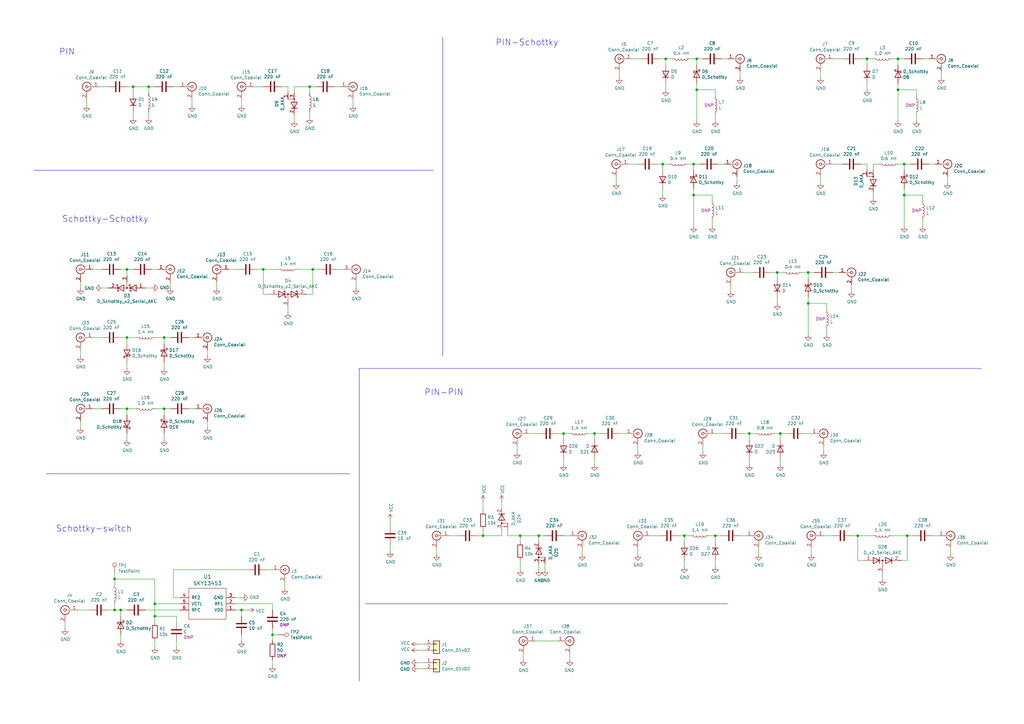
<source format=kicad_sch>
(kicad_sch (version 20230121) (generator eeschema)
  (paper "A3")
  (junction (at 285.75 24.13))
  (junction (at 280.67 219.71))
  (junction (at 284.48 80.01))
  (junction (at 128.27 110.49))
  (junction (at 111.76 260.35))
  (junction (at 293.37 219.71))
  (junction (at 220.98 219.71))
  (junction (at 63.5 252.73))
  (junction (at 285.75 36.83))
  (junction (at 318.77 111.76))
  (junction (at 231.14 177.8))
  (junction (at 49.53 250.19))
  (junction (at 284.48 67.31))
  (junction (at 67.31 138.43))
  (junction (at 67.31 167.64))
  (junction (at 99.06 250.19))
  (junction (at 46.99 237.49))
  (junction (at 370.84 80.01))
  (junction (at 355.6 24.13))
  (junction (at 243.84 177.8))
  (junction (at 198.12 219.71))
  (junction (at 107.95 110.49))
  (junction (at 273.05 24.13))
  (junction (at 63.5 247.65))
  (junction (at 46.99 250.19))
  (junction (at 368.3 36.83))
  (junction (at 52.07 138.43))
  (junction (at 307.34 177.8))
  (junction (at 213.36 219.71))
  (junction (at 320.04 177.8))
  (junction (at 52.07 110.49))
  (junction (at 331.47 111.76))
  (junction (at 370.84 67.31))
  (junction (at 60.96 35.56))
  (junction (at 54.61 35.56))
  (junction (at 271.78 67.31))
  (junction (at 52.07 167.64))
  (junction (at 331.47 124.46))
  (junction (at 351.79 219.71))
  (junction (at 368.3 24.13))
  (junction (at 127 35.56))
  (junction (at 372.11 219.71))
  (wire (pts (xy 303.53 219.71) (xy 306.07 219.71)))
  (wire (pts (xy 330.2 177.8) (xy 332.74 177.8)))
  (polyline (pts (xy 147.32 151.13) (xy 147.32 279.4)))
  (wire (pts (xy 138.43 110.49) (xy 140.97 110.49)))
  (wire (pts (xy 294.64 67.31) (xy 297.18 67.31)))
  (wire (pts (xy 208.28 219.71) (xy 213.36 219.71)))
  (wire (pts (xy 355.6 34.29) (xy 355.6 36.83)))
  (wire (pts (xy 137.16 35.56) (xy 139.7 35.56)))
  (wire (pts (xy 307.34 180.34) (xy 307.34 177.8)))
  (wire (pts (xy 54.61 45.72) (xy 54.61 48.26)))
  (wire (pts (xy 93.98 110.49) (xy 97.79 110.49)))
  (wire (pts (xy 361.95 234.95) (xy 361.95 237.49)))
  (wire (pts (xy 231.14 177.8) (xy 233.68 177.8)))
  (wire (pts (xy 372.11 219.71) (xy 374.65 219.71)))
  (wire (pts (xy 38.1 110.49) (xy 41.91 110.49)))
  (wire (pts (xy 198.12 219.71) (xy 205.74 219.71)))
  (wire (pts (xy 110.49 120.65) (xy 107.95 120.65)))
  (polyline (pts (xy 19.05 194.31) (xy 143.51 194.31)))
  (wire (pts (xy 118.11 125.73) (xy 118.11 128.27)))
  (wire (pts (xy 69.85 115.57) (xy 69.85 118.11)))
  (wire (pts (xy 331.47 124.46) (xy 331.47 137.16)))
  (wire (pts (xy 304.8 111.76) (xy 308.61 111.76)))
  (wire (pts (xy 144.78 40.64) (xy 144.78 43.18)))
  (wire (pts (xy 283.21 24.13) (xy 285.75 24.13)))
  (wire (pts (xy 213.36 229.87) (xy 213.36 233.68)))
  (wire (pts (xy 270.51 24.13) (xy 273.05 24.13)))
  (polyline (pts (xy 147.32 151.13) (xy 402.59 151.13)))
  (wire (pts (xy 353.06 24.13) (xy 355.6 24.13)))
  (wire (pts (xy 280.67 222.25) (xy 280.67 219.71)))
  (wire (pts (xy 281.94 67.31) (xy 284.48 67.31)))
  (wire (pts (xy 339.09 124.46) (xy 339.09 127)))
  (wire (pts (xy 46.99 240.03) (xy 46.99 237.49)))
  (wire (pts (xy 111.76 260.35) (xy 114.3 260.35)))
  (wire (pts (xy 370.84 77.47) (xy 370.84 80.01)))
  (wire (pts (xy 127 35.56) (xy 129.54 35.56)))
  (wire (pts (xy 60.96 35.56) (xy 63.5 35.56)))
  (wire (pts (xy 115.57 35.56) (xy 118.11 35.56)))
  (wire (pts (xy 63.5 247.65) (xy 63.5 252.73)))
  (wire (pts (xy 49.53 262.89) (xy 49.53 260.35)))
  (wire (pts (xy 355.6 69.85) (xy 355.6 67.31)))
  (polyline (pts (xy 149.86 247.65) (xy 298.45 247.65)))
  (wire (pts (xy 71.12 245.11) (xy 71.12 233.68)))
  (wire (pts (xy 35.56 40.64) (xy 35.56 43.18)))
  (wire (pts (xy 231.14 180.34) (xy 231.14 177.8)))
  (wire (pts (xy 128.27 110.49) (xy 130.81 110.49)))
  (wire (pts (xy 49.53 138.43) (xy 52.07 138.43)))
  (wire (pts (xy 44.45 118.11) (xy 41.91 118.11)))
  (wire (pts (xy 173.99 266.7) (xy 171.45 266.7)))
  (wire (pts (xy 388.62 72.39) (xy 388.62 74.93)))
  (wire (pts (xy 120.65 46.99) (xy 120.65 49.53)))
  (wire (pts (xy 52.07 138.43) (xy 55.88 138.43)))
  (wire (pts (xy 46.99 237.49) (xy 46.99 234.95)))
  (wire (pts (xy 285.75 36.83) (xy 293.37 36.83)))
  (wire (pts (xy 254 177.8) (xy 256.54 177.8)))
  (wire (pts (xy 220.98 219.71) (xy 223.52 219.71)))
  (wire (pts (xy 368.3 67.31) (xy 370.84 67.31)))
  (wire (pts (xy 284.48 67.31) (xy 287.02 67.31)))
  (wire (pts (xy 331.47 111.76) (xy 331.47 114.3)))
  (wire (pts (xy 121.92 110.49) (xy 128.27 110.49)))
  (wire (pts (xy 67.31 151.13) (xy 67.31 148.59)))
  (wire (pts (xy 365.76 24.13) (xy 368.3 24.13)))
  (wire (pts (xy 205.74 219.71) (xy 205.74 217.17)))
  (wire (pts (xy 60.96 45.72) (xy 60.96 48.26)))
  (wire (pts (xy 63.5 262.89) (xy 63.5 265.43)))
  (wire (pts (xy 358.14 67.31) (xy 358.14 69.85)))
  (wire (pts (xy 96.52 247.65) (xy 111.76 247.65)))
  (wire (pts (xy 375.92 36.83) (xy 375.92 39.37)))
  (wire (pts (xy 111.76 260.35) (xy 111.76 262.89)))
  (wire (pts (xy 127 35.56) (xy 127 38.1)))
  (wire (pts (xy 285.75 24.13) (xy 288.29 24.13)))
  (wire (pts (xy 370.84 80.01) (xy 370.84 92.71)))
  (wire (pts (xy 96.52 250.19) (xy 99.06 250.19)))
  (wire (pts (xy 332.74 224.79) (xy 332.74 227.33)))
  (wire (pts (xy 307.34 187.96) (xy 307.34 190.5)))
  (wire (pts (xy 233.68 267.97) (xy 233.68 270.51)))
  (wire (pts (xy 261.62 182.88) (xy 261.62 185.42)))
  (wire (pts (xy 299.72 116.84) (xy 299.72 119.38)))
  (wire (pts (xy 49.53 250.19) (xy 52.07 250.19)))
  (wire (pts (xy 62.23 118.11) (xy 59.69 118.11)))
  (wire (pts (xy 378.46 92.71) (xy 378.46 90.17)))
  (wire (pts (xy 259.08 24.13) (xy 262.89 24.13)))
  (wire (pts (xy 198.12 217.17) (xy 198.12 219.71)))
  (wire (pts (xy 54.61 35.56) (xy 60.96 35.56)))
  (wire (pts (xy 320.04 177.8) (xy 320.04 180.34)))
  (wire (pts (xy 85.09 172.72) (xy 85.09 175.26)))
  (wire (pts (xy 381 67.31) (xy 383.54 67.31)))
  (wire (pts (xy 99.06 252.73) (xy 99.06 250.19)))
  (wire (pts (xy 120.65 35.56) (xy 120.65 38.1)))
  (wire (pts (xy 33.02 115.57) (xy 33.02 118.11)))
  (wire (pts (xy 351.79 229.87) (xy 351.79 219.71)))
  (wire (pts (xy 370.84 67.31) (xy 370.84 69.85)))
  (wire (pts (xy 111.76 270.51) (xy 111.76 273.05)))
  (wire (pts (xy 120.65 35.56) (xy 127 35.56)))
  (wire (pts (xy 107.95 110.49) (xy 114.3 110.49)))
  (wire (pts (xy 219.71 262.89) (xy 228.6 262.89)))
  (wire (pts (xy 33.02 172.72) (xy 33.02 175.26)))
  (wire (pts (xy 67.31 180.34) (xy 67.31 177.8)))
  (wire (pts (xy 254 29.21) (xy 254 31.75)))
  (wire (pts (xy 85.09 143.51) (xy 85.09 146.05)))
  (wire (pts (xy 26.67 255.27) (xy 26.67 257.81)))
  (wire (pts (xy 386.08 29.21) (xy 386.08 31.75)))
  (wire (pts (xy 52.07 35.56) (xy 54.61 35.56)))
  (wire (pts (xy 243.84 177.8) (xy 246.38 177.8)))
  (wire (pts (xy 349.25 116.84) (xy 349.25 119.38)))
  (wire (pts (xy 280.67 229.87) (xy 280.67 232.41)))
  (wire (pts (xy 212.09 182.88) (xy 212.09 185.42)))
  (wire (pts (xy 358.14 67.31) (xy 360.68 67.31)))
  (wire (pts (xy 173.99 274.32) (xy 171.45 274.32)))
  (wire (pts (xy 378.46 24.13) (xy 381 24.13)))
  (wire (pts (xy 223.52 233.68) (xy 223.52 231.14)))
  (wire (pts (xy 243.84 187.96) (xy 243.84 190.5)))
  (wire (pts (xy 284.48 80.01) (xy 284.48 92.71)))
  (wire (pts (xy 171.45 271.78) (xy 173.99 271.78)))
  (wire (pts (xy 214.63 267.97) (xy 214.63 270.51)))
  (wire (pts (xy 62.23 110.49) (xy 64.77 110.49)))
  (wire (pts (xy 382.27 219.71) (xy 384.81 219.71)))
  (wire (pts (xy 109.22 233.68) (xy 111.76 233.68)))
  (wire (pts (xy 52.07 170.18) (xy 52.07 167.64)))
  (wire (pts (xy 337.82 182.88) (xy 337.82 185.42)))
  (wire (pts (xy 72.39 255.27) (xy 72.39 252.73)))
  (wire (pts (xy 213.36 219.71) (xy 213.36 222.25)))
  (wire (pts (xy 389.89 224.79) (xy 389.89 227.33)))
  (wire (pts (xy 220.98 231.14) (xy 220.98 233.68)))
  (wire (pts (xy 46.99 250.19) (xy 46.99 247.65)))
  (wire (pts (xy 160.02 223.52) (xy 160.02 226.06)))
  (wire (pts (xy 292.1 92.71) (xy 292.1 90.17)))
  (wire (pts (xy 73.66 250.19) (xy 59.69 250.19)))
  (wire (pts (xy 128.27 120.65) (xy 125.73 120.65)))
  (wire (pts (xy 269.24 67.31) (xy 271.78 67.31)))
  (wire (pts (xy 52.07 167.64) (xy 55.88 167.64)))
  (wire (pts (xy 52.07 110.49) (xy 54.61 110.49)))
  (wire (pts (xy 257.81 67.31) (xy 261.62 67.31)))
  (wire (pts (xy 67.31 138.43) (xy 67.31 140.97)))
  (wire (pts (xy 49.53 252.73) (xy 49.53 250.19)))
  (wire (pts (xy 318.77 121.92) (xy 318.77 124.46)))
  (wire (pts (xy 341.63 111.76) (xy 344.17 111.76)))
  (wire (pts (xy 370.84 67.31) (xy 373.38 67.31)))
  (wire (pts (xy 46.99 237.49) (xy 63.5 237.49)))
  (wire (pts (xy 278.13 219.71) (xy 280.67 219.71)))
  (wire (pts (xy 146.05 115.57) (xy 146.05 118.11)))
  (wire (pts (xy 213.36 219.71) (xy 220.98 219.71)))
  (wire (pts (xy 311.15 224.79) (xy 311.15 227.33)))
  (wire (pts (xy 368.3 24.13) (xy 368.3 26.67)))
  (wire (pts (xy 271.78 69.85) (xy 271.78 67.31)))
  (wire (pts (xy 355.6 26.67) (xy 355.6 24.13)))
  (wire (pts (xy 351.79 219.71) (xy 358.14 219.71)))
  (wire (pts (xy 184.15 219.71) (xy 187.96 219.71)))
  (wire (pts (xy 72.39 262.89) (xy 72.39 265.43)))
  (wire (pts (xy 118.11 38.1) (xy 118.11 35.56)))
  (wire (pts (xy 285.75 24.13) (xy 285.75 26.67)))
  (wire (pts (xy 318.77 111.76) (xy 321.31 111.76)))
  (wire (pts (xy 33.02 143.51) (xy 33.02 146.05)))
  (wire (pts (xy 331.47 121.92) (xy 331.47 124.46)))
  (wire (pts (xy 341.63 24.13) (xy 345.44 24.13)))
  (polyline (pts (xy 13.97 69.85) (xy 177.8 69.85)))
  (wire (pts (xy 368.3 34.29) (xy 368.3 36.83)))
  (wire (pts (xy 284.48 67.31) (xy 284.48 69.85)))
  (wire (pts (xy 261.62 224.79) (xy 261.62 227.33)))
  (wire (pts (xy 349.25 219.71) (xy 351.79 219.71)))
  (wire (pts (xy 337.82 219.71) (xy 341.63 219.71)))
  (wire (pts (xy 293.37 49.53) (xy 293.37 46.99)))
  (wire (pts (xy 293.37 177.8) (xy 297.18 177.8)))
  (wire (pts (xy 77.47 138.43) (xy 80.01 138.43)))
  (wire (pts (xy 52.07 140.97) (xy 52.07 138.43)))
  (wire (pts (xy 63.5 252.73) (xy 63.5 255.27)))
  (wire (pts (xy 71.12 35.56) (xy 73.66 35.56)))
  (wire (pts (xy 353.06 67.31) (xy 355.6 67.31)))
  (wire (pts (xy 231.14 187.96) (xy 231.14 190.5)))
  (wire (pts (xy 67.31 167.64) (xy 69.85 167.64)))
  (wire (pts (xy 241.3 177.8) (xy 243.84 177.8)))
  (wire (pts (xy 160.02 213.36) (xy 160.02 215.9)))
  (wire (pts (xy 368.3 24.13) (xy 370.84 24.13)))
  (wire (pts (xy 302.26 72.39) (xy 302.26 74.93)))
  (wire (pts (xy 293.37 36.83) (xy 293.37 39.37)))
  (wire (pts (xy 318.77 114.3) (xy 318.77 111.76)))
  (wire (pts (xy 49.53 110.49) (xy 52.07 110.49)))
  (wire (pts (xy 52.07 110.49) (xy 52.07 113.03)))
  (wire (pts (xy 328.93 111.76) (xy 331.47 111.76)))
  (wire (pts (xy 128.27 110.49) (xy 128.27 120.65)))
  (wire (pts (xy 266.7 219.71) (xy 270.51 219.71)))
  (wire (pts (xy 303.53 29.21) (xy 303.53 31.75)))
  (wire (pts (xy 280.67 219.71) (xy 283.21 219.71)))
  (wire (pts (xy 252.73 72.39) (xy 252.73 74.93)))
  (wire (pts (xy 358.14 78.74) (xy 358.14 81.28)))
  (wire (pts (xy 63.5 247.65) (xy 73.66 247.65)))
  (wire (pts (xy 331.47 124.46) (xy 339.09 124.46)))
  (wire (pts (xy 336.55 29.21) (xy 336.55 31.75)))
  (wire (pts (xy 73.66 245.11) (xy 71.12 245.11)))
  (wire (pts (xy 49.53 250.19) (xy 46.99 250.19)))
  (wire (pts (xy 171.45 264.16) (xy 173.99 264.16)))
  (wire (pts (xy 293.37 229.87) (xy 293.37 232.41)))
  (wire (pts (xy 36.83 250.19) (xy 31.75 250.19)))
  (wire (pts (xy 217.17 177.8) (xy 220.98 177.8)))
  (wire (pts (xy 341.63 67.31) (xy 345.44 67.31)))
  (wire (pts (xy 271.78 67.31) (xy 274.32 67.31)))
  (wire (pts (xy 378.46 80.01) (xy 378.46 82.55)))
  (wire (pts (xy 67.31 138.43) (xy 69.85 138.43)))
  (wire (pts (xy 205.74 208.28) (xy 205.74 205.74)))
  (wire (pts (xy 111.76 257.81) (xy 111.76 260.35)))
  (wire (pts (xy 72.39 252.73) (xy 63.5 252.73)))
  (wire (pts (xy 63.5 138.43) (xy 67.31 138.43)))
  (wire (pts (xy 231.14 219.71) (xy 233.68 219.71)))
  (wire (pts (xy 179.07 224.79) (xy 179.07 227.33)))
  (wire (pts (xy 368.3 36.83) (xy 375.92 36.83)))
  (wire (pts (xy 111.76 247.65) (xy 111.76 250.19)))
  (wire (pts (xy 228.6 177.8) (xy 231.14 177.8)))
  (wire (pts (xy 317.5 177.8) (xy 320.04 177.8)))
  (wire (pts (xy 290.83 219.71) (xy 293.37 219.71)))
  (wire (pts (xy 60.96 35.56) (xy 60.96 38.1)))
  (wire (pts (xy 370.84 80.01) (xy 378.46 80.01)))
  (wire (pts (xy 67.31 167.64) (xy 67.31 170.18)))
  (wire (pts (xy 372.11 219.71) (xy 372.11 229.87)))
  (wire (pts (xy 77.47 167.64) (xy 80.01 167.64)))
  (wire (pts (xy 195.58 219.71) (xy 198.12 219.71)))
  (wire (pts (xy 331.47 111.76) (xy 334.01 111.76)))
  (wire (pts (xy 320.04 187.96) (xy 320.04 190.5)))
  (wire (pts (xy 107.95 120.65) (xy 107.95 110.49)))
  (wire (pts (xy 46.99 250.19) (xy 44.45 250.19)))
  (wire (pts (xy 372.11 229.87) (xy 369.57 229.87)))
  (wire (pts (xy 304.8 177.8) (xy 307.34 177.8)))
  (wire (pts (xy 99.06 250.19) (xy 101.6 250.19)))
  (polyline (pts (xy 181.61 15.24) (xy 181.61 146.05)))
  (wire (pts (xy 198.12 209.55) (xy 198.12 205.74)))
  (wire (pts (xy 38.1 138.43) (xy 41.91 138.43)))
  (wire (pts (xy 320.04 177.8) (xy 322.58 177.8)))
  (wire (pts (xy 368.3 36.83) (xy 368.3 49.53)))
  (wire (pts (xy 355.6 24.13) (xy 358.14 24.13)))
  (wire (pts (xy 220.98 219.71) (xy 220.98 222.25)))
  (wire (pts (xy 238.76 224.79) (xy 238.76 227.33)))
  (wire (pts (xy 288.29 182.88) (xy 288.29 185.42)))
  (wire (pts (xy 307.34 177.8) (xy 309.88 177.8)))
  (wire (pts (xy 40.64 35.56) (xy 44.45 35.56)))
  (wire (pts (xy 271.78 77.47) (xy 271.78 80.01)))
  (wire (pts (xy 116.84 238.76) (xy 116.84 241.3)))
  (wire (pts (xy 292.1 80.01) (xy 292.1 82.55)))
  (wire (pts (xy 127 45.72) (xy 127 48.26)))
  (wire (pts (xy 208.28 219.71) (xy 208.28 217.17)))
  (wire (pts (xy 99.06 245.11) (xy 96.52 245.11)))
  (wire (pts (xy 284.48 77.47) (xy 284.48 80.01)))
  (wire (pts (xy 293.37 219.71) (xy 295.91 219.71)))
  (wire (pts (xy 284.48 80.01) (xy 292.1 80.01)))
  (wire (pts (xy 354.33 229.87) (xy 351.79 229.87)))
  (wire (pts (xy 285.75 36.83) (xy 285.75 49.53)))
  (wire (pts (xy 99.06 260.35) (xy 99.06 262.89)))
  (wire (pts (xy 295.91 24.13) (xy 298.45 24.13)))
  (wire (pts (xy 273.05 24.13) (xy 275.59 24.13)))
  (wire (pts (xy 63.5 167.64) (xy 67.31 167.64)))
  (wire (pts (xy 293.37 219.71) (xy 293.37 222.25)))
  (wire (pts (xy 316.23 111.76) (xy 318.77 111.76)))
  (wire (pts (xy 339.09 137.16) (xy 339.09 134.62)))
  (wire (pts (xy 273.05 34.29) (xy 273.05 36.83)))
  (wire (pts (xy 78.74 40.64) (xy 78.74 43.18)))
  (wire (pts (xy 105.41 110.49) (xy 107.95 110.49)))
  (wire (pts (xy 365.76 219.71) (xy 372.11 219.71)))
  (wire (pts (xy 285.75 34.29) (xy 285.75 36.83)))
  (wire (pts (xy 52.07 180.34) (xy 52.07 177.8)))
  (wire (pts (xy 104.14 35.56) (xy 107.95 35.56)))
  (wire (pts (xy 71.12 233.68) (xy 101.6 233.68)))
  (wire (pts (xy 88.9 115.57) (xy 88.9 118.11)))
  (wire (pts (xy 99.06 40.64) (xy 99.06 43.18)))
  (wire (pts (xy 243.84 177.8) (xy 243.84 180.34)))
  (wire (pts (xy 54.61 38.1) (xy 54.61 35.56)))
  (wire (pts (xy 63.5 237.49) (xy 63.5 247.65)))
  (wire (pts (xy 273.05 26.67) (xy 273.05 24.13)))
  (wire (pts (xy 336.55 72.39) (xy 336.55 74.93)))
  (wire (pts (xy 38.1 167.64) (xy 41.91 167.64)))
  (wire (pts (xy 49.53 167.64) (xy 52.07 167.64)))
  (wire (pts (xy 52.07 151.13) (xy 52.07 148.59)))
  (wire (pts (xy 375.92 49.53) (xy 375.92 46.99)))
  (text "Schottky-Schottky" (at 25.4 91.44 0) (effects (font (size 2.54 2.54)) (justify left bottom)))
  (text "PIN" (at 24.13 22.86 0) (effects (font (size 2.54 2.54)) (justify left bottom)))
  (text "Schottky-switch" (at 22.86 218.44 0) (effects (font (size 2.54 2.54)) (justify left bottom)))
  (text "PIN-PIN" (at 173.99 162.56 0) (effects (font (size 2.54 2.54)) (justify left bottom)))
  (text "PIN-Schottky" (at 203.2 19.05 0) (effects (font (size 2.54 2.54)) (justify left bottom)))
  (symbol (lib_id "Connector:Conn_Coaxial") (at 26.67 250.19 0) (mirror y) (unit 1)
    (property "Reference" "J4" (at 28.4988 244.1448 0))
    (property "Value" "Conn_Coaxial" (at 28.4988 246.4562 0))
    (property "Footprint" "gsg-modules:SMA-EDGE" (effects hide))
    (property "Datasheet" " ~" (effects hide))
    (property "Manufacturer" "Linx Technologies" (effects hide))
    (property "Part Number" "CONSMA003.062" (effects hide))
  )
  (symbol (lib_id "Device:D") (at 54.61 41.91 90) (unit 1)
    (property "Reference" "D1" (at 56.642 40.7416 90) (effects (justify right)))
    (property "Value" "D" (at 56.642 43.053 90) (effects (justify right)))
    (property "Footprint" "ununs:SMP1345-087LF" (effects hide))
    (property "Manufacturer" "Skyworks" (effects hide))
    (property "Part Number" "SMP1345-087LF" (effects hide))
  )
  (symbol (lib_id "Device:D_Schottky") (at 49.53 256.54 270) (unit 1)
    (property "Reference" "D2" (at 51.562 255.3716 90) (effects (justify left)))
    (property "Value" "D_Schottky" (at 51.562 257.683 90) (effects (justify left)))
    (property "Footprint" "Diode_SMD:D_SOD-923" (effects hide))
    (property "Manufacturer" "Toshiba\r" (effects hide))
    (property "Part Number" "JDH2S02FSTPL3" (effects hide))
    (property "Substitution" "Skyworks SMS7621-040LF, Infineon BAT1502LRHE6327XTSA1\r" (effects hide))
  )
  (symbol (lib_id "ununs-rescue:SKY13453-gsg-symbols") (at 85.09 247.65 180) (unit 1)
    (property "Reference" "U1" (at 85.09 236.5502 0) (effects (font (size 1.524 1.524))))
    (property "Value" "SKY13453" (at 85.09 239.2426 0) (effects (font (size 1.524 1.524))))
    (property "Footprint" "gsg-modules:SKY13350-385LF" (effects hide))
    (property "Manufacturer" "Skyworks" (effects hide))
    (property "Part Number" "SKY13453-385LF" (effects hide))
  )
  (symbol (lib_id "Connector:Conn_Coaxial") (at 116.84 233.68 0) (unit 1)
    (property "Reference" "J3" (at 119.38 234.315 0) (effects (justify left)))
    (property "Value" "Conn_Coaxial" (at 119.38 236.6264 0) (effects (justify left)))
    (property "Footprint" "gsg-modules:SMA-EDGE" (effects hide))
    (property "Datasheet" " ~" (effects hide))
    (property "Manufacturer" "Linx Technologies" (effects hide))
    (property "Part Number" "CONSMA003.062" (effects hide))
  )
  (symbol (lib_id "Device:C") (at 40.64 250.19 270) (unit 1)
    (property "Reference" "C2" (at 40.64 243.7892 90))
    (property "Value" "220 nF" (at 40.64 246.1006 90))
    (property "Footprint" "Capacitor_SMD:C_0201_0603Metric_Pad0.64x0.40mm_HandSolder" (effects hide))
    (property "Manufacturer" "Murata" (effects hide))
    (property "Part Number" "GRM033R61A224KE90D" (effects hide))
  )
  (symbol (lib_id "Device:C") (at 55.88 250.19 270) (unit 1)
    (property "Reference" "C3" (at 55.88 243.7892 90))
    (property "Value" "220 nF" (at 55.88 246.1006 90))
    (property "Footprint" "Capacitor_SMD:C_0201_0603Metric_Pad0.64x0.40mm_HandSolder" (effects hide))
    (property "Manufacturer" "Murata" (effects hide))
    (property "Part Number" "GRM033R61A224KE90D" (effects hide))
  )
  (symbol (lib_id "Device:R") (at 111.76 266.7 0) (unit 1)
    (property "Reference" "R2" (at 113.538 264.3886 0) (effects (justify left)))
    (property "Value" "50" (at 113.538 266.7 0) (effects (justify left)))
    (property "Footprint" "Resistor_SMD:R_0402_1005Metric_Pad0.72x0.64mm_HandSolder" (effects hide))
    (property "Note" "DNP" (at 113.538 269.0114 0) (effects (justify left)))
  )
  (symbol (lib_id "power:GND") (at 99.06 245.11 90) (unit 1)
    (property "Reference" "#PWR06" (effects hide))
    (property "Value" "GND" (at 102.3112 244.983 90) (effects (justify right)))
  )
  (symbol (lib_id "power:GND") (at 116.84 241.3 0) (unit 1)
    (property "Reference" "#PWR05" (effects hide))
    (property "Value" "GND" (at 116.967 245.6942 0))
  )
  (symbol (lib_id "power:GND") (at 49.53 262.89 0) (unit 1)
    (property "Reference" "#PWR09" (effects hide))
    (property "Value" "GND" (at 49.657 267.2842 0))
  )
  (symbol (lib_id "power:GND") (at 26.67 257.81 0) (unit 1)
    (property "Reference" "#PWR08" (effects hide))
    (property "Value" "GND" (at 26.797 262.2042 0))
  )
  (symbol (lib_id "Device:L") (at 46.99 243.84 0) (unit 1)
    (property "Reference" "L1" (at 48.3362 242.6716 0) (effects (justify left)))
    (property "Value" "L" (at 48.3362 244.983 0) (effects (justify left)))
    (property "Footprint" "Inductor_SMD:L_0603_1608Metric_Pad1.05x0.95mm_HandSolder" (effects hide))
    (property "Manufacturer" "Taiyo Yuden" (effects hide))
    (property "Part Number" "BRL1608T100M" (effects hide))
  )
  (symbol (lib_id "Connector:TestPoint") (at 46.99 234.95 0) (unit 1)
    (property "Reference" "TP1" (at 48.4632 231.9528 0) (effects (justify left)))
    (property "Value" "TestPoint" (at 48.4632 234.2642 0) (effects (justify left)))
    (property "Footprint" "gsg-modules:TESTPOINT-50MIL" (effects hide))
  )
  (symbol (lib_id "Connector:TestPoint") (at 114.3 260.35 270) (unit 1)
    (property "Reference" "TP2" (at 119.0752 259.1816 90) (effects (justify left)))
    (property "Value" "TestPoint" (at 119.0752 261.493 90) (effects (justify left)))
    (property "Footprint" "gsg-modules:TESTPOINT-50MIL" (effects hide))
  )
  (symbol (lib_id "Connector:Conn_Coaxial") (at 99.06 35.56 0) (mirror y) (unit 1)
    (property "Reference" "J15" (at 100.8888 29.5148 0))
    (property "Value" "Conn_Coaxial" (at 100.8888 31.8262 0))
    (property "Footprint" "gsg-modules:SMA-EDGE" (effects hide))
    (property "Datasheet" " ~" (effects hide))
    (property "Manufacturer" "Linx Technologies" (effects hide))
    (property "Part Number" "CONSMA003.062" (effects hide))
  )
  (symbol (lib_id "power:GND") (at 99.06 43.18 0) (unit 1)
    (property "Reference" "#PWR022" (effects hide))
    (property "Value" "GND" (at 99.187 47.5742 0))
  )
  (symbol (lib_id "Device:L") (at 127 41.91 0) (unit 1)
    (property "Reference" "L6" (at 128.3462 40.7416 0) (effects (justify left)))
    (property "Value" "L" (at 128.3462 43.053 0) (effects (justify left)))
    (property "Footprint" "Inductor_SMD:L_0603_1608Metric_Pad1.05x0.95mm_HandSolder" (effects hide))
    (property "Manufacturer" "Taiyo Yuden" (effects hide))
    (property "Part Number" "BRL1608T100M" (effects hide))
  )
  (symbol (lib_id "power:GND") (at 127 48.26 0) (unit 1)
    (property "Reference" "#PWR033" (effects hide))
    (property "Value" "GND" (at 127.127 52.6542 0))
  )
  (symbol (lib_id "Connector:Conn_Coaxial") (at 144.78 35.56 0) (unit 1)
    (property "Reference" "J16" (at 147.32 36.195 0) (effects (justify left)))
    (property "Value" "Conn_Coaxial" (at 147.32 38.5064 0) (effects (justify left)))
    (property "Footprint" "gsg-modules:SMA-EDGE" (effects hide))
    (property "Datasheet" " ~" (effects hide))
    (property "Manufacturer" "Linx Technologies" (effects hide))
    (property "Part Number" "CONSMA003.062" (effects hide))
  )
  (symbol (lib_id "power:GND") (at 144.78 43.18 0) (unit 1)
    (property "Reference" "#PWR030" (effects hide))
    (property "Value" "GND" (at 144.907 47.5742 0))
  )
  (symbol (lib_id "Device:C") (at 133.35 35.56 270) (unit 1)
    (property "Reference" "C18" (at 133.35 29.1592 90))
    (property "Value" "220 nF" (at 133.35 31.4706 90))
    (property "Footprint" "Capacitor_SMD:C_0201_0603Metric_Pad0.64x0.40mm_HandSolder" (effects hide))
    (property "Manufacturer" "Murata" (effects hide))
    (property "Part Number" "GRM033R61A224KE90D" (effects hide))
  )
  (symbol (lib_id "Device:C") (at 111.76 35.56 270) (unit 1)
    (property "Reference" "C17" (at 111.76 29.1592 90))
    (property "Value" "220 nF" (at 111.76 31.4706 90))
    (property "Footprint" "Capacitor_SMD:C_0201_0603Metric_Pad0.64x0.40mm_HandSolder" (effects hide))
    (property "Manufacturer" "Murata" (effects hide))
    (property "Part Number" "GRM033R61A224KE90D" (effects hide))
  )
  (symbol (lib_id "power:GND") (at 120.65 49.53 0) (unit 1)
    (property "Reference" "#PWR034" (effects hide))
    (property "Value" "GND" (at 120.777 53.9242 0))
  )
  (symbol (lib_id "power:GND") (at 111.76 273.05 0) (unit 1)
    (property "Reference" "#PWR013" (effects hide))
    (property "Value" "GND" (at 111.887 277.4442 0))
  )
  (symbol (lib_id "Device:C") (at 105.41 233.68 270) (unit 1)
    (property "Reference" "C1" (at 105.41 227.2792 90))
    (property "Value" "220 nF" (at 105.41 229.5906 90))
    (property "Footprint" "Capacitor_SMD:C_0201_0603Metric_Pad0.64x0.40mm_HandSolder" (effects hide))
    (property "Manufacturer" "Murata" (effects hide))
    (property "Part Number" "GRM033R61A224KE90D" (effects hide))
  )
  (symbol (lib_id "power:VCC") (at 101.6 250.19 270) (unit 1)
    (property "Reference" "#PWR07" (effects hide))
    (property "Value" "VCC" (at 104.8512 250.571 90) (effects (justify left)))
  )
  (symbol (lib_id "Device:R") (at 63.5 259.08 0) (unit 1)
    (property "Reference" "R1" (at 65.278 257.9116 0) (effects (justify left)))
    (property "Value" "10k" (at 65.278 260.223 0) (effects (justify left)))
    (property "Footprint" "Resistor_SMD:R_0402_1005Metric_Pad0.72x0.64mm_HandSolder" (effects hide))
  )
  (symbol (lib_id "power:GND") (at 63.5 265.43 0) (unit 1)
    (property "Reference" "#PWR011" (effects hide))
    (property "Value" "GND" (at 63.627 269.8242 0))
  )
  (symbol (lib_id "Device:C") (at 111.76 254 180) (unit 1)
    (property "Reference" "C4" (at 114.681 251.6886 0) (effects (justify right)))
    (property "Value" "220 nF" (at 114.681 254 0) (effects (justify right)))
    (property "Footprint" "Capacitor_SMD:C_0201_0603Metric_Pad0.64x0.40mm_HandSolder" (effects hide))
    (property "Note" "DNP" (at 114.681 256.3114 0) (effects (justify right)))
    (property "Manufacturer" "Murata" (effects hide))
    (property "Part Number" "GRM033R61A224KE90D" (effects hide))
  )
  (symbol (lib_id "Device:C") (at 72.39 259.08 0) (unit 1)
    (property "Reference" "C6" (at 75.311 256.7686 0) (effects (justify left)))
    (property "Value" "C" (at 75.311 259.08 0) (effects (justify left)))
    (property "Footprint" "Capacitor_SMD:C_0402_1005Metric_Pad0.74x0.62mm_HandSolder" (effects hide))
    (property "Note" "DNP" (at 75.311 261.3914 0) (effects (justify left)))
  )
  (symbol (lib_id "power:GND") (at 72.39 265.43 0) (unit 1)
    (property "Reference" "#PWR012" (effects hide))
    (property "Value" "GND" (at 72.517 269.8242 0))
  )
  (symbol (lib_id "Device:C") (at 99.06 256.54 180) (unit 1)
    (property "Reference" "C5" (at 101.981 255.3716 0) (effects (justify right)))
    (property "Value" "10 nF" (at 101.981 257.683 0) (effects (justify right)))
    (property "Footprint" "Capacitor_SMD:C_0402_1005Metric_Pad0.74x0.62mm_HandSolder" (effects hide))
  )
  (symbol (lib_id "power:GND") (at 99.06 262.89 0) (unit 1)
    (property "Reference" "#PWR010" (effects hide))
    (property "Value" "GND" (at 99.187 267.2842 0))
  )
  (symbol (lib_id "Connector_Generic:Conn_01x02") (at 179.07 264.16 0) (unit 1)
    (property "Reference" "J1" (at 181.102 264.3632 0) (effects (justify left)))
    (property "Value" "Conn_01x02" (at 181.102 266.6746 0) (effects (justify left)))
    (property "Footprint" "Connector_PinHeader_2.54mm:PinHeader_1x02_P2.54mm_Vertical" (effects hide))
  )
  (symbol (lib_id "Connector_Generic:Conn_01x02") (at 179.07 271.78 0) (unit 1)
    (property "Reference" "J2" (at 181.102 271.9832 0) (effects (justify left)))
    (property "Value" "Conn_01x02" (at 181.102 274.2946 0) (effects (justify left)))
    (property "Footprint" "Connector_PinHeader_2.54mm:PinHeader_1x02_P2.54mm_Vertical" (effects hide))
  )
  (symbol (lib_id "power:VCC") (at 171.45 264.16 90) (unit 1)
    (property "Reference" "#PWR01" (effects hide))
    (property "Value" "VCC" (at 168.2242 263.779 90) (effects (justify left)))
  )
  (symbol (lib_id "power:VCC") (at 171.45 266.7 90) (unit 1)
    (property "Reference" "#PWR02" (effects hide))
    (property "Value" "VCC" (at 168.2242 266.319 90) (effects (justify left)))
  )
  (symbol (lib_id "power:GND") (at 171.45 271.78 270) (unit 1)
    (property "Reference" "#PWR03" (effects hide))
    (property "Value" "GND" (at 168.1988 271.907 90) (effects (justify right)))
  )
  (symbol (lib_id "power:GND") (at 171.45 274.32 270) (unit 1)
    (property "Reference" "#PWR04" (effects hide))
    (property "Value" "GND" (at 168.1988 274.447 90) (effects (justify right)))
  )
  (symbol (lib_id "ununs-rescue:D_Schottky_x2_Serial_AKC-Device") (at 52.07 118.11 180) (unit 1)
    (property "Reference" "D3" (at 52.07 121.285 0))
    (property "Value" "D_Schottky_x2_Serial_AKC" (at 52.07 123.5964 0))
    (property "Footprint" "Package_TO_SOT_SMD:SOT-23" (effects hide))
    (property "Manufacturer" "Infineon" (effects hide))
    (property "Part Number" "BAT1504RE6152HTSA1" (effects hide))
    (property "Substitution" "BAT1504WH6327XTSA1, Skyworks SMS7621-005LF" (effects hide))
  )
  (symbol (lib_id "Connector:Conn_Coaxial") (at 33.02 110.49 0) (mirror y) (unit 1)
    (property "Reference" "J11" (at 34.8488 104.4448 0))
    (property "Value" "Conn_Coaxial" (at 34.8488 106.7562 0))
    (property "Footprint" "gsg-modules:SMA-EDGE" (effects hide))
    (property "Datasheet" " ~" (effects hide))
    (property "Manufacturer" "Linx Technologies" (effects hide))
    (property "Part Number" "CONSMA003.062" (effects hide))
  )
  (symbol (lib_id "power:GND") (at 33.02 118.11 0) (unit 1)
    (property "Reference" "#PWR023" (effects hide))
    (property "Value" "GND" (at 33.147 122.5042 0))
  )
  (symbol (lib_id "Connector:Conn_Coaxial") (at 69.85 110.49 0) (unit 1)
    (property "Reference" "J12" (at 72.39 111.125 0) (effects (justify left)))
    (property "Value" "Conn_Coaxial" (at 72.39 113.4364 0) (effects (justify left)))
    (property "Footprint" "gsg-modules:SMA-EDGE" (effects hide))
    (property "Datasheet" " ~" (effects hide))
    (property "Manufacturer" "Linx Technologies" (effects hide))
    (property "Part Number" "CONSMA003.062" (effects hide))
  )
  (symbol (lib_id "power:GND") (at 69.85 118.11 0) (unit 1)
    (property "Reference" "#PWR026" (effects hide))
    (property "Value" "GND" (at 69.977 122.5042 0))
  )
  (symbol (lib_id "Device:C") (at 58.42 110.49 270) (unit 1)
    (property "Reference" "C14" (at 58.42 104.0892 90))
    (property "Value" "220 nF" (at 58.42 106.4006 90))
    (property "Footprint" "Capacitor_SMD:C_0201_0603Metric_Pad0.64x0.40mm_HandSolder" (effects hide))
    (property "Manufacturer" "Murata" (effects hide))
    (property "Part Number" "GRM033R61A224KE90D" (effects hide))
  )
  (symbol (lib_id "Device:C") (at 45.72 110.49 270) (unit 1)
    (property "Reference" "C13" (at 45.72 104.0892 90))
    (property "Value" "220 nF" (at 45.72 106.4006 90))
    (property "Footprint" "Capacitor_SMD:C_0201_0603Metric_Pad0.64x0.40mm_HandSolder" (effects hide))
    (property "Manufacturer" "Murata" (effects hide))
    (property "Part Number" "GRM033R61A224KE90D" (effects hide))
  )
  (symbol (lib_id "power:GND") (at 41.91 118.11 270) (unit 1)
    (property "Reference" "#PWR024" (effects hide))
    (property "Value" "GND" (at 38.6588 118.237 90) (effects (justify right)))
  )
  (symbol (lib_id "power:GND") (at 62.23 118.11 90) (unit 1)
    (property "Reference" "#PWR025" (effects hide))
    (property "Value" "GND" (at 65.4812 117.983 90) (effects (justify right)))
  )
  (symbol (lib_id "ununs-rescue:D_Schottky_x2_Serial_AKC-Device") (at 118.11 120.65 0) (unit 1)
    (property "Reference" "D4" (at 118.11 115.1382 0))
    (property "Value" "D_Schottky_x2_Serial_AKC" (at 118.11 117.4496 0))
    (property "Footprint" "Package_TO_SOT_SMD:SOT-23" (effects hide))
    (property "Manufacturer" "Infineon" (effects hide))
    (property "Part Number" "BAT1504RE6152HTSA1" (effects hide))
    (property "Substitution" "BAT1504WH6327XTSA1, Skyworks SMS7621-005LF" (effects hide))
  )
  (symbol (lib_id "Connector:Conn_Coaxial") (at 88.9 110.49 0) (mirror y) (unit 1)
    (property "Reference" "J13" (at 90.7288 104.4448 0))
    (property "Value" "Conn_Coaxial" (at 90.7288 106.7562 0))
    (property "Footprint" "gsg-modules:SMA-EDGE" (effects hide))
    (property "Datasheet" " ~" (effects hide))
    (property "Manufacturer" "Linx Technologies" (effects hide))
    (property "Part Number" "CONSMA003.062" (effects hide))
  )
  (symbol (lib_id "power:GND") (at 88.9 118.11 0) (unit 1)
    (property "Reference" "#PWR027" (effects hide))
    (property "Value" "GND" (at 89.027 122.5042 0))
  )
  (symbol (lib_id "Connector:Conn_Coaxial") (at 146.05 110.49 0) (unit 1)
    (property "Reference" "J14" (at 148.59 111.125 0) (effects (justify left)))
    (property "Value" "Conn_Coaxial" (at 148.59 113.4364 0) (effects (justify left)))
    (property "Footprint" "gsg-modules:SMA-EDGE" (effects hide))
    (property "Datasheet" " ~" (effects hide))
    (property "Manufacturer" "Linx Technologies" (effects hide))
    (property "Part Number" "CONSMA003.062" (effects hide))
  )
  (symbol (lib_id "power:GND") (at 146.05 118.11 0) (unit 1)
    (property "Reference" "#PWR028" (effects hide))
    (property "Value" "GND" (at 146.177 122.5042 0))
  )
  (symbol (lib_id "Device:C") (at 134.62 110.49 270) (unit 1)
    (property "Reference" "C16" (at 134.62 104.0892 90))
    (property "Value" "220 nF" (at 134.62 106.4006 90))
    (property "Footprint" "Capacitor_SMD:C_0201_0603Metric_Pad0.64x0.40mm_HandSolder" (effects hide))
    (property "Manufacturer" "Murata" (effects hide))
    (property "Part Number" "GRM033R61A224KE90D" (effects hide))
  )
  (symbol (lib_id "Device:C") (at 101.6 110.49 270) (unit 1)
    (property "Reference" "C15" (at 101.6 104.0892 90))
    (property "Value" "220 nF" (at 101.6 106.4006 90))
    (property "Footprint" "Capacitor_SMD:C_0201_0603Metric_Pad0.64x0.40mm_HandSolder" (effects hide))
    (property "Manufacturer" "Murata" (effects hide))
    (property "Part Number" "GRM033R61A224KE90D" (effects hide))
  )
  (symbol (lib_id "Device:L") (at 118.11 110.49 270) (unit 1)
    (property "Reference" "L5" (at 118.11 105.8926 90))
    (property "Value" "1.4 nH" (at 118.11 108.204 90))
    (property "Footprint" "Inductor_SMD:L_0201_0603Metric_Pad0.64x0.40mm_HandSolder" (effects hide))
    (property "Manufacturer" "Murata" (effects hide))
    (property "Part Number" "LQP03HQ1N4W02D" (effects hide))
  )
  (symbol (lib_id "power:GND") (at 118.11 128.27 0) (unit 1)
    (property "Reference" "#PWR029" (effects hide))
    (property "Value" "GND" (at 118.237 132.6642 0))
  )
  (symbol (lib_id "Connector:Conn_Coaxial") (at 33.02 138.43 0) (mirror y) (unit 1)
    (property "Reference" "J23" (at 34.8488 132.3848 0))
    (property "Value" "Conn_Coaxial" (at 34.8488 134.6962 0))
    (property "Footprint" "gsg-modules:SMA-EDGE" (effects hide))
    (property "Datasheet" " ~" (effects hide))
    (property "Manufacturer" "Linx Technologies" (effects hide))
    (property "Part Number" "CONSMA003.062" (effects hide))
  )
  (symbol (lib_id "power:GND") (at 33.02 146.05 0) (unit 1)
    (property "Reference" "#PWR054" (effects hide))
    (property "Value" "GND" (at 33.147 150.4442 0))
  )
  (symbol (lib_id "Connector:Conn_Coaxial") (at 85.09 138.43 0) (unit 1)
    (property "Reference" "J24" (at 87.63 139.065 0) (effects (justify left)))
    (property "Value" "Conn_Coaxial" (at 87.63 141.3764 0) (effects (justify left)))
    (property "Footprint" "gsg-modules:SMA-EDGE" (effects hide))
    (property "Datasheet" " ~" (effects hide))
    (property "Manufacturer" "Linx Technologies" (effects hide))
    (property "Part Number" "CONSMA003.062" (effects hide))
  )
  (symbol (lib_id "power:GND") (at 85.09 146.05 0) (unit 1)
    (property "Reference" "#PWR055" (effects hide))
    (property "Value" "GND" (at 85.217 150.4442 0))
  )
  (symbol (lib_id "Device:C") (at 73.66 138.43 270) (unit 1)
    (property "Reference" "C26" (at 73.66 132.0292 90))
    (property "Value" "220 nF" (at 73.66 134.3406 90))
    (property "Footprint" "Capacitor_SMD:C_0201_0603Metric_Pad0.64x0.40mm_HandSolder" (effects hide))
    (property "Manufacturer" "Murata" (effects hide))
    (property "Part Number" "GRM033R61A224KE90D" (effects hide))
  )
  (symbol (lib_id "Device:C") (at 45.72 138.43 270) (unit 1)
    (property "Reference" "C25" (at 45.72 132.0292 90))
    (property "Value" "220 nF" (at 45.72 134.3406 90))
    (property "Footprint" "Capacitor_SMD:C_0201_0603Metric_Pad0.64x0.40mm_HandSolder" (effects hide))
    (property "Manufacturer" "Murata" (effects hide))
    (property "Part Number" "GRM033R61A224KE90D" (effects hide))
  )
  (symbol (lib_id "Device:L") (at 59.69 138.43 270) (unit 1)
    (property "Reference" "L15" (at 59.69 133.8326 90))
    (property "Value" "1.4 nH" (at 59.69 136.144 90))
    (property "Footprint" "Inductor_SMD:L_0201_0603Metric_Pad0.64x0.40mm_HandSolder" (effects hide))
    (property "Manufacturer" "Murata" (effects hide))
    (property "Part Number" "LQP03HQ1N4W02D" (effects hide))
  )
  (symbol (lib_id "power:GND") (at 67.31 151.13 0) (unit 1)
    (property "Reference" "#PWR057" (effects hide))
    (property "Value" "GND" (at 67.437 155.5242 0))
  )
  (symbol (lib_id "Device:D_Schottky") (at 52.07 144.78 90) (unit 1)
    (property "Reference" "D16" (at 54.102 143.6116 90) (effects (justify right)))
    (property "Value" "D_Schottky" (at 54.102 145.923 90) (effects (justify right)))
    (property "Footprint" "Diode_SMD:D_SOD-923" (effects hide))
    (property "Manufacturer" "Toshiba" (effects hide))
    (property "Part Number" "JDH2S02FSTPL3" (effects hide))
    (property "Substitution" "Skyworks SMS7621-040LF, Infineon BAT1502LRHE6327XTSA1" (effects hide))
  )
  (symbol (lib_id "power:GND") (at 52.07 151.13 0) (unit 1)
    (property "Reference" "#PWR056" (effects hide))
    (property "Value" "GND" (at 52.197 155.5242 0))
  )
  (symbol (lib_id "Device:D_Schottky") (at 67.31 144.78 270) (unit 1)
    (property "Reference" "D17" (at 69.342 143.6116 90) (effects (justify left)))
    (property "Value" "D_Schottky" (at 69.342 145.923 90) (effects (justify left)))
    (property "Footprint" "Diode_SMD:D_SOD-923" (effects hide))
    (property "Manufacturer" "Toshiba" (effects hide))
    (property "Part Number" "JDH2S02FSTPL3" (effects hide))
    (property "Substitution" "Skyworks SMS7621-040LF, Infineon BAT1502LRHE6327XTSA1" (effects hide))
  )
  (symbol (lib_id "Connector:Conn_Coaxial") (at 35.56 35.56 0) (mirror y) (unit 1)
    (property "Reference" "J9" (at 37.3888 29.5148 0))
    (property "Value" "Conn_Coaxial" (at 37.3888 31.8262 0))
    (property "Footprint" "gsg-modules:SMA-EDGE" (effects hide))
    (property "Datasheet" " ~" (effects hide))
    (property "Manufacturer" "Linx Technologies" (effects hide))
    (property "Part Number" "CONSMA003.062" (effects hide))
  )
  (symbol (lib_id "power:GND") (at 35.56 43.18 0) (unit 1)
    (property "Reference" "#PWR020" (effects hide))
    (property "Value" "GND" (at 35.687 47.5742 0))
  )
  (symbol (lib_id "Device:L") (at 60.96 41.91 0) (unit 1)
    (property "Reference" "L4" (at 62.3062 40.7416 0) (effects (justify left)))
    (property "Value" "L" (at 62.3062 43.053 0) (effects (justify left)))
    (property "Footprint" "Inductor_SMD:L_0603_1608Metric_Pad1.05x0.95mm_HandSolder" (effects hide))
    (property "Manufacturer" "Taiyo Yuden" (effects hide))
    (property "Part Number" "BRL1608T100M" (effects hide))
  )
  (symbol (lib_id "power:GND") (at 60.96 48.26 0) (unit 1)
    (property "Reference" "#PWR032" (effects hide))
    (property "Value" "GND" (at 61.087 52.6542 0))
  )
  (symbol (lib_id "Connector:Conn_Coaxial") (at 78.74 35.56 0) (unit 1)
    (property "Reference" "J10" (at 81.28 36.195 0) (effects (justify left)))
    (property "Value" "Conn_Coaxial" (at 81.28 38.5064 0) (effects (justify left)))
    (property "Footprint" "gsg-modules:SMA-EDGE" (effects hide))
    (property "Datasheet" " ~" (effects hide))
    (property "Manufacturer" "Linx Technologies" (effects hide))
    (property "Part Number" "CONSMA003.062" (effects hide))
  )
  (symbol (lib_id "power:GND") (at 78.74 43.18 0) (unit 1)
    (property "Reference" "#PWR021" (effects hide))
    (property "Value" "GND" (at 78.867 47.5742 0))
  )
  (symbol (lib_id "Device:C") (at 67.31 35.56 270) (unit 1)
    (property "Reference" "C12" (at 67.31 29.1592 90))
    (property "Value" "220 nF" (at 67.31 31.4706 90))
    (property "Footprint" "Capacitor_SMD:C_0201_0603Metric_Pad0.64x0.40mm_HandSolder" (effects hide))
    (property "Manufacturer" "Murata" (effects hide))
    (property "Part Number" "GRM033R61A224KE90D" (effects hide))
  )
  (symbol (lib_id "Device:C") (at 48.26 35.56 270) (unit 1)
    (property "Reference" "C11" (at 48.26 29.1592 90))
    (property "Value" "220 nF" (at 48.26 31.4706 90))
    (property "Footprint" "Capacitor_SMD:C_0201_0603Metric_Pad0.64x0.40mm_HandSolder" (effects hide))
    (property "Manufacturer" "Murata" (effects hide))
    (property "Part Number" "GRM033R61A224KE90D" (effects hide))
  )
  (symbol (lib_id "Connector:Conn_Coaxial") (at 214.63 262.89 0) (mirror y) (unit 1)
    (property "Reference" "J37" (at 216.4588 256.8448 0))
    (property "Value" "Conn_Coaxial" (at 216.4588 259.1562 0))
    (property "Footprint" "gsg-modules:SMA-EDGE" (effects hide))
    (property "Datasheet" " ~" (effects hide))
    (property "Manufacturer" "Linx Technologies" (effects hide))
    (property "Part Number" "CONSMA003.062" (effects hide))
  )
  (symbol (lib_id "power:GND") (at 214.63 270.51 0) (unit 1)
    (property "Reference" "#PWR084" (effects hide))
    (property "Value" "GND" (at 214.757 274.9042 0))
  )
  (symbol (lib_id "power:GND") (at 54.61 48.26 0) (unit 1)
    (property "Reference" "#PWR031" (effects hide))
    (property "Value" "GND" (at 54.737 52.6542 0))
  )
  (symbol (lib_id "Connector:Conn_Coaxial") (at 233.68 262.89 0) (unit 1)
    (property "Reference" "J38" (at 231.8512 256.8448 0))
    (property "Value" "Conn_Coaxial" (at 231.8512 259.1562 0))
    (property "Footprint" "gsg-modules:SMA-EDGE" (effects hide))
    (property "Datasheet" " ~" (effects hide))
    (property "Manufacturer" "Linx Technologies" (effects hide))
    (property "Part Number" "CONSMA003.062" (effects hide))
  )
  (symbol (lib_id "power:GND") (at 233.68 270.51 0) (mirror y) (unit 1)
    (property "Reference" "#PWR085" (effects hide))
    (property "Value" "GND" (at 233.553 274.9042 0))
  )
  (symbol (lib_id "ununs:D_AKA") (at 120.65 43.18 90) (unit 1)
    (property "Reference" "D9" (at 113.5126 42.545 0))
    (property "Value" "D_AKA" (at 115.824 42.545 0))
    (property "Footprint" "ununs:SMP1304-085LF" (effects hide))
    (property "Manufacturer" "Skyworks" (effects hide))
    (property "Part Number" "SMP1304-085LF" (effects hide))
  )
  (symbol (lib_id "ununs-rescue:D_x2_Serial_AKC-Device") (at 361.95 229.87 0) (unit 1)
    (property "Reference" "D28" (at 361.95 224.3582 0))
    (property "Value" "D_x2_Serial_AKC" (at 361.95 226.6696 0))
    (property "Footprint" "Package_TO_SOT_SMD:SOT-23" (effects hide))
    (property "Manufacturer" "Skyworks" (effects hide))
    (property "Part Number" "SMP1304-005LF" (effects hide))
    (property "Substitution" "SMP1307-005LF, Infineon BAR6404WH6327XTSA1, BAR63-04WH6327, onsemi 1SV267-TB-E" (effects hide))
  )
  (symbol (lib_id "Connector:Conn_Coaxial") (at 332.74 219.71 0) (mirror y) (unit 1)
    (property "Reference" "J35" (at 334.5688 213.6648 0))
    (property "Value" "Conn_Coaxial" (at 334.5688 215.9762 0))
    (property "Footprint" "gsg-modules:SMA-EDGE" (effects hide))
    (property "Datasheet" " ~" (effects hide))
    (property "Manufacturer" "Linx Technologies" (effects hide))
    (property "Part Number" "CONSMA003.062" (effects hide))
  )
  (symbol (lib_id "power:GND") (at 332.74 227.33 0) (unit 1)
    (property "Reference" "#PWR076" (effects hide))
    (property "Value" "GND" (at 332.867 231.7242 0))
  )
  (symbol (lib_id "Connector:Conn_Coaxial") (at 389.89 219.71 0) (unit 1)
    (property "Reference" "J36" (at 392.43 220.345 0) (effects (justify left)))
    (property "Value" "Conn_Coaxial" (at 392.43 222.6564 0) (effects (justify left)))
    (property "Footprint" "gsg-modules:SMA-EDGE" (effects hide))
    (property "Datasheet" " ~" (effects hide))
    (property "Manufacturer" "Linx Technologies" (effects hide))
    (property "Part Number" "CONSMA003.062" (effects hide))
  )
  (symbol (lib_id "power:GND") (at 389.89 227.33 0) (unit 1)
    (property "Reference" "#PWR077" (effects hide))
    (property "Value" "GND" (at 390.017 231.7242 0))
  )
  (symbol (lib_id "Device:C") (at 378.46 219.71 270) (unit 1)
    (property "Reference" "C38" (at 378.46 213.3092 90))
    (property "Value" "220 nF" (at 378.46 215.6206 90))
    (property "Footprint" "Capacitor_SMD:C_0201_0603Metric_Pad0.64x0.40mm_HandSolder" (effects hide))
    (property "Manufacturer" "Murata" (effects hide))
    (property "Part Number" "GRM033R61A224KE90D" (effects hide))
  )
  (symbol (lib_id "Device:C") (at 345.44 219.71 270) (unit 1)
    (property "Reference" "C37" (at 345.44 213.3092 90))
    (property "Value" "220 nF" (at 345.44 215.6206 90))
    (property "Footprint" "Capacitor_SMD:C_0201_0603Metric_Pad0.64x0.40mm_HandSolder" (effects hide))
    (property "Manufacturer" "Murata" (effects hide))
    (property "Part Number" "GRM033R61A224KE90D" (effects hide))
  )
  (symbol (lib_id "Device:L") (at 361.95 219.71 270) (unit 1)
    (property "Reference" "L20" (at 361.95 215.1126 90))
    (property "Value" "1.4 nH" (at 361.95 217.424 90))
    (property "Footprint" "Inductor_SMD:L_0201_0603Metric_Pad0.64x0.40mm_HandSolder" (effects hide))
    (property "Manufacturer" "Murata" (effects hide))
    (property "Part Number" "LQP03HQ1N4W02D" (effects hide))
  )
  (symbol (lib_id "power:GND") (at 361.95 237.49 0) (unit 1)
    (property "Reference" "#PWR083" (effects hide))
    (property "Value" "GND" (at 362.077 241.8842 0))
  )
  (symbol (lib_id "Device:D") (at 271.78 73.66 90) (unit 1)
    (property "Reference" "D10" (at 273.812 72.4916 90) (effects (justify right)))
    (property "Value" "D" (at 273.812 74.803 90) (effects (justify right)))
    (property "Footprint" "Diode_SMD:D_0402_1005Metric_Pad0.77x0.64mm_HandSolder" (effects hide))
    (property "Manufacturer" "Skyworks" (effects hide))
    (property "Part Number" "SMP1302-040LF" (effects hide))
    (property "Substitution" "SMP1345-040LF, Infineon BAR6302LE6327XTMA1, BAR6402ELE6327XTMA10, Toshiba JDP2S02ACT" (effects hide))
  )
  (symbol (lib_id "Connector:Conn_Coaxial") (at 252.73 67.31 0) (mirror y) (unit 1)
    (property "Reference" "J17" (at 254.5588 61.2648 0))
    (property "Value" "Conn_Coaxial" (at 254.5588 63.5762 0))
    (property "Footprint" "gsg-modules:SMA-EDGE" (effects hide))
    (property "Datasheet" " ~" (effects hide))
    (property "Manufacturer" "Linx Technologies" (effects hide))
    (property "Part Number" "CONSMA003.062" (effects hide))
  )
  (symbol (lib_id "power:GND") (at 252.73 74.93 0) (unit 1)
    (property "Reference" "#PWR039" (effects hide))
    (property "Value" "GND" (at 252.857 79.3242 0))
  )
  (symbol (lib_id "Connector:Conn_Coaxial") (at 302.26 67.31 0) (unit 1)
    (property "Reference" "J18" (at 304.8 67.945 0) (effects (justify left)))
    (property "Value" "Conn_Coaxial" (at 304.8 70.2564 0) (effects (justify left)))
    (property "Footprint" "gsg-modules:SMA-EDGE" (effects hide))
    (property "Datasheet" " ~" (effects hide))
    (property "Manufacturer" "Linx Technologies" (effects hide))
    (property "Part Number" "CONSMA003.062" (effects hide))
  )
  (symbol (lib_id "power:GND") (at 302.26 74.93 0) (unit 1)
    (property "Reference" "#PWR040" (effects hide))
    (property "Value" "GND" (at 302.387 79.3242 0))
  )
  (symbol (lib_id "Device:C") (at 290.83 67.31 270) (unit 1)
    (property "Reference" "C20" (at 290.83 60.9092 90))
    (property "Value" "220 nF" (at 290.83 63.2206 90))
    (property "Footprint" "Capacitor_SMD:C_0201_0603Metric_Pad0.64x0.40mm_HandSolder" (effects hide))
    (property "Manufacturer" "Murata" (effects hide))
    (property "Part Number" "GRM033R61A224KE90D" (effects hide))
  )
  (symbol (lib_id "Device:C") (at 265.43 67.31 270) (unit 1)
    (property "Reference" "C19" (at 265.43 60.9092 90))
    (property "Value" "220 nF" (at 265.43 63.2206 90))
    (property "Footprint" "Capacitor_SMD:C_0201_0603Metric_Pad0.64x0.40mm_HandSolder" (effects hide))
    (property "Manufacturer" "Murata" (effects hide))
    (property "Part Number" "GRM033R61A224KE90D" (effects hide))
  )
  (symbol (lib_id "power:GND") (at 271.78 80.01 0) (unit 1)
    (property "Reference" "#PWR043" (effects hide))
    (property "Value" "GND" (at 271.907 84.4042 0))
  )
  (symbol (lib_id "Device:D_Schottky") (at 284.48 73.66 270) (unit 1)
    (property "Reference" "D11" (at 286.512 72.4916 90) (effects (justify left)))
    (property "Value" "D_Schottky" (at 286.512 74.803 90) (effects (justify left)))
    (property "Footprint" "Diode_SMD:D_SOD-923" (effects hide))
    (property "Manufacturer" "Toshiba\r" (effects hide))
    (property "Part Number" "JDH2S02FSTPL3" (effects hide))
    (property "Substitution" "Skyworks SMS7621-040LF, Infineon BAT1502LRHE6327XTSA1\r" (effects hide))
  )
  (symbol (lib_id "Device:L") (at 278.13 67.31 270) (unit 1)
    (property "Reference" "L9" (at 278.13 62.7126 90))
    (property "Value" "0.4 nH" (at 278.13 65.024 90))
    (property "Footprint" "Inductor_SMD:L_0201_0603Metric_Pad0.64x0.40mm_HandSolder" (effects hide))
    (property "Manufacturer" "Murata" (effects hide))
    (property "Part Number" "LQP03HQ0N4W02D" (effects hide))
  )
  (symbol (lib_id "Connector:Conn_Coaxial") (at 33.02 167.64 0) (mirror y) (unit 1)
    (property "Reference" "J25" (at 34.8488 161.5948 0))
    (property "Value" "Conn_Coaxial" (at 34.8488 163.9062 0))
    (property "Footprint" "gsg-modules:SMA-EDGE" (effects hide))
    (property "Datasheet" " ~" (effects hide))
    (property "Manufacturer" "Linx Technologies" (effects hide))
    (property "Part Number" "CONSMA003.062" (effects hide))
  )
  (symbol (lib_id "power:GND") (at 33.02 175.26 0) (unit 1)
    (property "Reference" "#PWR058" (effects hide))
    (property "Value" "GND" (at 33.147 179.6542 0))
  )
  (symbol (lib_id "Connector:Conn_Coaxial") (at 85.09 167.64 0) (unit 1)
    (property "Reference" "J26" (at 87.63 168.275 0) (effects (justify left)))
    (property "Value" "Conn_Coaxial" (at 87.63 170.5864 0) (effects (justify left)))
    (property "Footprint" "gsg-modules:SMA-EDGE" (effects hide))
    (property "Datasheet" " ~" (effects hide))
    (property "Manufacturer" "Linx Technologies" (effects hide))
    (property "Part Number" "CONSMA003.062" (effects hide))
  )
  (symbol (lib_id "power:GND") (at 85.09 175.26 0) (unit 1)
    (property "Reference" "#PWR059" (effects hide))
    (property "Value" "GND" (at 85.217 179.6542 0))
  )
  (symbol (lib_id "Device:C") (at 73.66 167.64 270) (unit 1)
    (property "Reference" "C28" (at 73.66 161.2392 90))
    (property "Value" "220 nF" (at 73.66 163.5506 90))
    (property "Footprint" "Capacitor_SMD:C_0201_0603Metric_Pad0.64x0.40mm_HandSolder" (effects hide))
    (property "Manufacturer" "Murata" (effects hide))
    (property "Part Number" "GRM033R61A224KE90D" (effects hide))
  )
  (symbol (lib_id "Device:C") (at 45.72 167.64 270) (unit 1)
    (property "Reference" "C27" (at 45.72 161.2392 90))
    (property "Value" "220 nF" (at 45.72 163.5506 90))
    (property "Footprint" "Capacitor_SMD:C_0201_0603Metric_Pad0.64x0.40mm_HandSolder" (effects hide))
    (property "Manufacturer" "Murata" (effects hide))
    (property "Part Number" "GRM033R61A224KE90D" (effects hide))
  )
  (symbol (lib_id "Device:L") (at 59.69 167.64 270) (unit 1)
    (property "Reference" "L16" (at 59.69 163.0426 90))
    (property "Value" "1.0 nH" (at 59.69 165.354 90))
    (property "Footprint" "Inductor_SMD:L_0201_0603Metric_Pad0.64x0.40mm_HandSolder" (effects hide))
    (property "Manufacturer" "Murata" (effects hide))
    (property "Part Number" "LQP03HQ1N0W02D" (effects hide))
  )
  (symbol (lib_id "power:GND") (at 67.31 180.34 0) (unit 1)
    (property "Reference" "#PWR061" (effects hide))
    (property "Value" "GND" (at 67.437 184.7342 0))
  )
  (symbol (lib_id "power:GND") (at 52.07 180.34 0) (unit 1)
    (property "Reference" "#PWR060" (effects hide))
    (property "Value" "GND" (at 52.197 184.7342 0))
  )
  (symbol (lib_id "Device:C") (at 160.02 219.71 180) (unit 1)
    (property "Reference" "C39" (at 162.941 218.5416 0) (effects (justify right)))
    (property "Value" "10 nF" (at 162.941 220.853 0) (effects (justify right)))
    (property "Footprint" "Capacitor_SMD:C_0402_1005Metric_Pad0.74x0.62mm_HandSolder" (effects hide))
  )
  (symbol (lib_id "power:GND") (at 160.02 226.06 0) (unit 1)
    (property "Reference" "#PWR087" (effects hide))
    (property "Value" "GND" (at 160.147 230.4542 0))
  )
  (symbol (lib_id "power:VCC") (at 160.02 213.36 0) (unit 1)
    (property "Reference" "#PWR086" (effects hide))
    (property "Value" "VCC" (at 160.401 210.1342 90) (effects (justify left)))
  )
  (symbol (lib_id "Device:D_Schottky") (at 67.31 173.99 90) (mirror x) (unit 1)
    (property "Reference" "D19" (at 69.342 175.1584 90) (effects (justify right)))
    (property "Value" "D_Schottky" (at 69.342 172.847 90) (effects (justify right)))
    (property "Footprint" "Diode_SMD:D_0201_0603Metric_Pad0.64x0.40mm_HandSolder" (effects hide))
    (property "Manufacturer" "Infineon" (effects hide))
    (property "Part Number" "BAT2402LSE6327XTSA1" (effects hide))
  )
  (symbol (lib_id "Device:D") (at 318.77 118.11 90) (unit 1)
    (property "Reference" "D14" (at 320.802 116.9416 90) (effects (justify right)))
    (property "Value" "D" (at 320.802 119.253 90) (effects (justify right)))
    (property "Footprint" "ununs:SMP1345-087LF" (effects hide))
    (property "Manufacturer" "Skyworks" (effects hide))
    (property "Part Number" "SMP1345-087LF" (effects hide))
    (property "Substitution" "SMP1302-087LF, SMP1331-087LF" (effects hide))
  )
  (symbol (lib_id "Connector:Conn_Coaxial") (at 299.72 111.76 0) (mirror y) (unit 1)
    (property "Reference" "J21" (at 301.5488 105.7148 0))
    (property "Value" "Conn_Coaxial" (at 301.5488 108.0262 0))
    (property "Footprint" "gsg-modules:SMA-EDGE" (effects hide))
    (property "Datasheet" " ~" (effects hide))
    (property "Manufacturer" "Linx Technologies" (effects hide))
    (property "Part Number" "CONSMA003.062" (effects hide))
  )
  (symbol (lib_id "power:GND") (at 299.72 119.38 0) (unit 1)
    (property "Reference" "#PWR049" (effects hide))
    (property "Value" "GND" (at 299.847 123.7742 0))
  )
  (symbol (lib_id "Connector:Conn_Coaxial") (at 349.25 111.76 0) (unit 1)
    (property "Reference" "J22" (at 351.79 112.395 0) (effects (justify left)))
    (property "Value" "Conn_Coaxial" (at 351.79 114.7064 0) (effects (justify left)))
    (property "Footprint" "gsg-modules:SMA-EDGE" (effects hide))
    (property "Datasheet" " ~" (effects hide))
    (property "Manufacturer" "Linx Technologies" (effects hide))
    (property "Part Number" "CONSMA003.062" (effects hide))
  )
  (symbol (lib_id "power:GND") (at 349.25 119.38 0) (unit 1)
    (property "Reference" "#PWR050" (effects hide))
    (property "Value" "GND" (at 349.377 123.7742 0))
  )
  (symbol (lib_id "Device:C") (at 337.82 111.76 270) (unit 1)
    (property "Reference" "C24" (at 337.82 105.3592 90))
    (property "Value" "220 nF" (at 337.82 107.6706 90))
    (property "Footprint" "Capacitor_SMD:C_0201_0603Metric_Pad0.64x0.40mm_HandSolder" (effects hide))
    (property "Manufacturer" "Murata" (effects hide))
    (property "Part Number" "GRM033R61A224KE90D" (effects hide))
  )
  (symbol (lib_id "Device:C") (at 312.42 111.76 270) (unit 1)
    (property "Reference" "C23" (at 312.42 105.3592 90))
    (property "Value" "220 nF" (at 312.42 107.6706 90))
    (property "Footprint" "Capacitor_SMD:C_0201_0603Metric_Pad0.64x0.40mm_HandSolder" (effects hide))
    (property "Manufacturer" "Murata" (effects hide))
    (property "Part Number" "GRM033R61A224KE90D" (effects hide))
  )
  (symbol (lib_id "power:GND") (at 318.77 124.46 0) (unit 1)
    (property "Reference" "#PWR051" (effects hide))
    (property "Value" "GND" (at 318.897 128.8542 0))
  )
  (symbol (lib_id "Device:D_Schottky") (at 331.47 118.11 270) (unit 1)
    (property "Reference" "D15" (at 333.502 116.9416 90) (effects (justify left)))
    (property "Value" "D_Schottky" (at 333.502 119.253 90) (effects (justify left)))
    (property "Footprint" "Diode_SMD:D_SOD-923" (effects hide))
    (property "Manufacturer" "Toshiba\r" (effects hide))
    (property "Part Number" "JDH2S02FSTPL3" (effects hide))
    (property "Substitution" "Skyworks SMS7621-040LF, Infineon BAT1502LRHE6327XTSA1\r" (effects hide))
  )
  (symbol (lib_id "Device:L") (at 325.12 111.76 270) (unit 1)
    (property "Reference" "L13" (at 325.12 107.1626 90))
    (property "Value" "0.4 nH" (at 325.12 109.474 90))
    (property "Footprint" "Inductor_SMD:L_0201_0603Metric_Pad0.64x0.40mm_HandSolder" (effects hide))
    (property "Manufacturer" "Murata" (effects hide))
    (property "Part Number" "LQP03HQ0N4W02D" (effects hide))
  )
  (symbol (lib_id "Connector:Conn_Coaxial") (at 336.55 67.31 0) (mirror y) (unit 1)
    (property "Reference" "J19" (at 338.3788 61.2648 0))
    (property "Value" "Conn_Coaxial" (at 338.3788 63.5762 0))
    (property "Footprint" "gsg-modules:SMA-EDGE" (effects hide))
    (property "Datasheet" " ~" (effects hide))
    (property "Manufacturer" "Linx Technologies" (effects hide))
    (property "Part Number" "CONSMA003.062" (effects hide))
  )
  (symbol (lib_id "power:GND") (at 336.55 74.93 0) (unit 1)
    (property "Reference" "#PWR041" (effects hide))
    (property "Value" "GND" (at 336.677 79.3242 0))
  )
  (symbol (lib_id "Connector:Conn_Coaxial") (at 388.62 67.31 0) (unit 1)
    (property "Reference" "J20" (at 391.16 67.945 0) (effects (justify left)))
    (property "Value" "Conn_Coaxial" (at 391.16 70.2564 0) (effects (justify left)))
    (property "Footprint" "gsg-modules:SMA-EDGE" (effects hide))
    (property "Datasheet" " ~" (effects hide))
    (property "Manufacturer" "Linx Technologies" (effects hide))
    (property "Part Number" "CONSMA003.062" (effects hide))
  )
  (symbol (lib_id "power:GND") (at 388.62 74.93 0) (unit 1)
    (property "Reference" "#PWR042" (effects hide))
    (property "Value" "GND" (at 388.747 79.3242 0))
  )
  (symbol (lib_id "Device:C") (at 377.19 67.31 270) (unit 1)
    (property "Reference" "C22" (at 377.19 60.9092 90))
    (property "Value" "220 nF" (at 377.19 63.2206 90))
    (property "Footprint" "Capacitor_SMD:C_0201_0603Metric_Pad0.64x0.40mm_HandSolder" (effects hide))
    (property "Manufacturer" "Murata" (effects hide))
    (property "Part Number" "GRM033R61A224KE90D" (effects hide))
  )
  (symbol (lib_id "Device:C") (at 349.25 67.31 270) (unit 1)
    (property "Reference" "C21" (at 349.25 60.9092 90))
    (property "Value" "220 nF" (at 349.25 63.2206 90))
    (property "Footprint" "Capacitor_SMD:C_0201_0603Metric_Pad0.64x0.40mm_HandSolder" (effects hide))
    (property "Manufacturer" "Murata" (effects hide))
    (property "Part Number" "GRM033R61A224KE90D" (effects hide))
  )
  (symbol (lib_id "power:GND") (at 358.14 81.28 0) (unit 1)
    (property "Reference" "#PWR044" (effects hide))
    (property "Value" "GND" (at 358.267 85.6742 0))
  )
  (symbol (lib_id "Device:D_Schottky") (at 370.84 73.66 270) (unit 1)
    (property "Reference" "D12" (at 372.872 72.4916 90) (effects (justify left)))
    (property "Value" "D_Schottky" (at 372.872 74.803 90) (effects (justify left)))
    (property "Footprint" "Diode_SMD:D_SOD-923" (effects hide))
    (property "Manufacturer" "Toshiba\r" (effects hide))
    (property "Part Number" "JDH2S02FSTPL3" (effects hide))
    (property "Substitution" "Skyworks SMS7621-040LF, Infineon BAT1502LRHE6327XTSA1\r" (effects hide))
  )
  (symbol (lib_id "ununs:D_AKA") (at 358.14 74.93 90) (unit 1)
    (property "Reference" "D13" (at 351.0026 74.295 0))
    (property "Value" "D_AKA" (at 353.314 74.295 0))
    (property "Footprint" "ununs:SMP1304-085LF" (effects hide))
    (property "Manufacturer" "Skyworks" (effects hide))
    (property "Part Number" "SMP1304-085LF" (effects hide))
    (property "Substitution" "SMP1325-085LF, SMP1331-085LF, SMP1302-085LF" (effects hide))
  )
  (symbol (lib_id "Device:L") (at 364.49 67.31 270) (unit 1)
    (property "Reference" "L10" (at 364.49 62.7126 90))
    (property "Value" "0.6 nH" (at 364.49 65.024 90))
    (property "Footprint" "Inductor_SMD:L_0201_0603Metric_Pad0.64x0.40mm_HandSolder" (effects hide))
    (property "Manufacturer" "Murata" (effects hide))
    (property "Part Number" "LQP03HQ0N6W02D" (effects hide))
  )
  (symbol (lib_id "Device:D") (at 307.34 184.15 90) (unit 1)
    (property "Reference" "D22" (at 309.372 182.9816 90) (effects (justify right)))
    (property "Value" "D" (at 309.372 185.293 90) (effects (justify right)))
    (property "Footprint" "ununs:SMP1345-087LF" (effects hide))
    (property "Manufacturer" "Skyworks" (effects hide))
    (property "Part Number" "SMP1345-087LF" (effects hide))
    (property "Substitution" "SMP1302-087LF, SMP1331-087LF" (effects hide))
  )
  (symbol (lib_id "Connector:Conn_Coaxial") (at 288.29 177.8 0) (mirror y) (unit 1)
    (property "Reference" "J29" (at 290.1188 171.7548 0))
    (property "Value" "Conn_Coaxial" (at 290.1188 174.0662 0))
    (property "Footprint" "gsg-modules:SMA-EDGE" (effects hide))
    (property "Datasheet" " ~" (effects hide))
    (property "Manufacturer" "Linx Technologies" (effects hide))
    (property "Part Number" "CONSMA003.062" (effects hide))
  )
  (symbol (lib_id "power:GND") (at 288.29 185.42 0) (unit 1)
    (property "Reference" "#PWR064" (effects hide))
    (property "Value" "GND" (at 288.417 189.8142 0))
  )
  (symbol (lib_id "power:GND") (at 320.04 190.5 0) (unit 1)
    (property "Reference" "#PWR069" (effects hide))
    (property "Value" "GND" (at 320.167 194.8942 0))
  )
  (symbol (lib_id "Connector:Conn_Coaxial") (at 337.82 177.8 0) (unit 1)
    (property "Reference" "J30" (at 340.36 178.435 0) (effects (justify left)))
    (property "Value" "Conn_Coaxial" (at 340.36 180.7464 0) (effects (justify left)))
    (property "Footprint" "gsg-modules:SMA-EDGE" (effects hide))
    (property "Datasheet" " ~" (effects hide))
    (property "Manufacturer" "Linx Technologies" (effects hide))
    (property "Part Number" "CONSMA003.062" (effects hide))
  )
  (symbol (lib_id "power:GND") (at 337.82 185.42 0) (unit 1)
    (property "Reference" "#PWR065" (effects hide))
    (property "Value" "GND" (at 337.947 189.8142 0))
  )
  (symbol (lib_id "Device:C") (at 326.39 177.8 270) (unit 1)
    (property "Reference" "C32" (at 326.39 171.3992 90))
    (property "Value" "220 nF" (at 326.39 173.7106 90))
    (property "Footprint" "Capacitor_SMD:C_0201_0603Metric_Pad0.64x0.40mm_HandSolder" (effects hide))
    (property "Manufacturer" "Murata" (effects hide))
    (property "Part Number" "GRM033R61A224KE90D" (effects hide))
  )
  (symbol (lib_id "Device:C") (at 300.99 177.8 270) (unit 1)
    (property "Reference" "C31" (at 300.99 171.3992 90))
    (property "Value" "220 nF" (at 300.99 173.7106 90))
    (property "Footprint" "Capacitor_SMD:C_0201_0603Metric_Pad0.64x0.40mm_HandSolder" (effects hide))
    (property "Manufacturer" "Murata" (effects hide))
    (property "Part Number" "GRM033R61A224KE90D" (effects hide))
  )
  (symbol (lib_id "power:GND") (at 307.34 190.5 0) (unit 1)
    (property "Reference" "#PWR068" (effects hide))
    (property "Value" "GND" (at 307.467 194.8942 0))
  )
  (symbol (lib_id "Device:L") (at 313.69 177.8 270) (unit 1)
    (property "Reference" "L18" (at 313.69 173.2026 90))
    (property "Value" "0.8 nH" (at 313.69 175.514 90))
    (property "Footprint" "Inductor_SMD:L_0201_0603Metric_Pad0.64x0.40mm_HandSolder" (effects hide))
    (property "Manufacturer" "Murata" (effects hide))
    (property "Part Number" "LQP03HQ0N8W02D" (effects hide))
  )
  (symbol (lib_id "Device:D") (at 280.67 226.06 90) (unit 1)
    (property "Reference" "D26" (at 282.702 224.8916 90) (effects (justify right)))
    (property "Value" "D" (at 282.702 227.203 90) (effects (justify right)))
    (property "Footprint" "Diode_SMD:D_0402_1005Metric_Pad0.77x0.64mm_HandSolder" (effects hide))
    (property "Manufacturer" "Skyworks" (effects hide))
    (property "Part Number" "SMP1302-040LF" (effects hide))
    (property "Substitution" "SMP1345-040LF" (effects hide))
  )
  (symbol (lib_id "Connector:Conn_Coaxial") (at 261.62 219.71 0) (mirror y) (unit 1)
    (property "Reference" "J33" (at 263.4488 213.6648 0))
    (property "Value" "Conn_Coaxial" (at 263.4488 215.9762 0))
    (property "Footprint" "gsg-modules:SMA-EDGE" (effects hide))
    (property "Datasheet" " ~" (effects hide))
    (property "Manufacturer" "Linx Technologies" (effects hide))
    (property "Part Number" "CONSMA003.062" (effects hide))
  )
  (symbol (lib_id "power:GND") (at 261.62 227.33 0) (unit 1)
    (property "Reference" "#PWR074" (effects hide))
    (property "Value" "GND" (at 261.747 231.7242 0))
  )
  (symbol (lib_id "power:GND") (at 293.37 232.41 0) (unit 1)
    (property "Reference" "#PWR079" (effects hide))
    (property "Value" "GND" (at 293.497 236.8042 0))
  )
  (symbol (lib_id "Connector:Conn_Coaxial") (at 311.15 219.71 0) (unit 1)
    (property "Reference" "J34" (at 313.69 220.345 0) (effects (justify left)))
    (property "Value" "Conn_Coaxial" (at 313.69 222.6564 0) (effects (justify left)))
    (property "Footprint" "gsg-modules:SMA-EDGE" (effects hide))
    (property "Datasheet" " ~" (effects hide))
    (property "Manufacturer" "Linx Technologies" (effects hide))
    (property "Part Number" "CONSMA003.062" (effects hide))
  )
  (symbol (lib_id "power:GND") (at 311.15 227.33 0) (unit 1)
    (property "Reference" "#PWR075" (effects hide))
    (property "Value" "GND" (at 311.277 231.7242 0))
  )
  (symbol (lib_id "Device:C") (at 299.72 219.71 270) (unit 1)
    (property "Reference" "C36" (at 299.72 213.3092 90))
    (property "Value" "220 nF" (at 299.72 215.6206 90))
    (property "Footprint" "Capacitor_SMD:C_0201_0603Metric_Pad0.64x0.40mm_HandSolder" (effects hide))
    (property "Manufacturer" "Murata" (effects hide))
    (property "Part Number" "GRM033R61A224KE90D" (effects hide))
  )
  (symbol (lib_id "Device:C") (at 274.32 219.71 270) (unit 1)
    (property "Reference" "C35" (at 274.32 213.3092 90))
    (property "Value" "220 nF" (at 274.32 215.6206 90))
    (property "Footprint" "Capacitor_SMD:C_0201_0603Metric_Pad0.64x0.40mm_HandSolder" (effects hide))
    (property "Manufacturer" "Murata" (effects hide))
    (property "Part Number" "GRM033R61A224KE90D" (effects hide))
  )
  (symbol (lib_id "power:GND") (at 280.67 232.41 0) (unit 1)
    (property "Reference" "#PWR078" (effects hide))
    (property "Value" "GND" (at 280.797 236.8042 0))
  )
  (symbol (lib_id "Device:L") (at 287.02 219.71 270) (unit 1)
    (property "Reference" "L19" (at 287.02 215.1126 90))
    (property "Value" "1.4 nH" (at 287.02 217.424 90))
    (property "Footprint" "Inductor_SMD:L_0201_0603Metric_Pad0.64x0.40mm_HandSolder" (effects hide))
    (property "Manufacturer" "Murata" (effects hide))
    (property "Part Number" "LQP03HQ1N4W02D" (effects hide))
  )
  (symbol (lib_id "Device:D") (at 293.37 226.06 270) (unit 1)
    (property "Reference" "D27" (at 291.338 227.2284 90) (effects (justify right)))
    (property "Value" "D" (at 291.338 224.917 90) (effects (justify right)))
    (property "Footprint" "Diode_SMD:D_0402_1005Metric_Pad0.77x0.64mm_HandSolder" (effects hide))
    (property "Manufacturer" "Skyworks" (effects hide))
    (property "Part Number" "SMP1302-040LF" (effects hide))
    (property "Substitution" "SMP1345-040LF" (effects hide))
  )
  (symbol (lib_id "Device:D") (at 320.04 184.15 270) (unit 1)
    (property "Reference" "D23" (at 318.008 185.3184 90) (effects (justify right)))
    (property "Value" "D" (at 318.008 183.007 90) (effects (justify right)))
    (property "Footprint" "ununs:SMP1345-087LF" (effects hide))
    (property "Manufacturer" "Skyworks" (effects hide))
    (property "Part Number" "SMP1345-087LF" (effects hide))
    (property "Substitution" "SMP1302-087LF, SMP1331-087LF" (effects hide))
  )
  (symbol (lib_id "Device:D") (at 273.05 30.48 90) (unit 1)
    (property "Reference" "D5" (at 275.082 29.3116 90) (effects (justify right)))
    (property "Value" "D" (at 275.082 31.623 90) (effects (justify right)))
    (property "Footprint" "Diode_SMD:D_0201_0603Metric_Pad0.64x0.40mm_HandSolder" (effects hide))
    (property "Manufacturer" "onsemi" (effects hide))
    (property "Part Number" "NSDP301MX3T5G" (effects hide))
  )
  (symbol (lib_id "Connector:Conn_Coaxial") (at 254 24.13 0) (mirror y) (unit 1)
    (property "Reference" "J5" (at 255.8288 18.0848 0))
    (property "Value" "Conn_Coaxial" (at 255.8288 20.3962 0))
    (property "Footprint" "gsg-modules:SMA-EDGE" (effects hide))
    (property "Datasheet" " ~" (effects hide))
    (property "Manufacturer" "Linx Technologies" (effects hide))
    (property "Part Number" "CONSMA003.062" (effects hide))
  )
  (symbol (lib_id "power:GND") (at 254 31.75 0) (unit 1)
    (property "Reference" "#PWR014" (effects hide))
    (property "Value" "GND" (at 254.127 36.1442 0))
  )
  (symbol (lib_id "Connector:Conn_Coaxial") (at 303.53 24.13 0) (unit 1)
    (property "Reference" "J6" (at 306.07 24.765 0) (effects (justify left)))
    (property "Value" "Conn_Coaxial" (at 306.07 27.0764 0) (effects (justify left)))
    (property "Footprint" "gsg-modules:SMA-EDGE" (effects hide))
    (property "Datasheet" " ~" (effects hide))
    (property "Manufacturer" "Linx Technologies" (effects hide))
    (property "Part Number" "CONSMA003.062" (effects hide))
  )
  (symbol (lib_id "power:GND") (at 303.53 31.75 0) (unit 1)
    (property "Reference" "#PWR015" (effects hide))
    (property "Value" "GND" (at 303.657 36.1442 0))
  )
  (symbol (lib_id "Device:C") (at 292.1 24.13 270) (unit 1)
    (property "Reference" "C8" (at 292.1 17.7292 90))
    (property "Value" "220 nF" (at 292.1 20.0406 90))
    (property "Footprint" "Capacitor_SMD:C_0201_0603Metric_Pad0.64x0.40mm_HandSolder" (effects hide))
    (property "Manufacturer" "Murata" (effects hide))
    (property "Part Number" "GRM033R61A224KE90D" (effects hide))
  )
  (symbol (lib_id "Device:C") (at 266.7 24.13 270) (unit 1)
    (property "Reference" "C7" (at 266.7 17.7292 90))
    (property "Value" "220 nF" (at 266.7 20.0406 90))
    (property "Footprint" "Capacitor_SMD:C_0201_0603Metric_Pad0.64x0.40mm_HandSolder" (effects hide))
    (property "Manufacturer" "Murata" (effects hide))
    (property "Part Number" "GRM033R61A224KE90D" (effects hide))
  )
  (symbol (lib_id "power:GND") (at 273.05 36.83 0) (unit 1)
    (property "Reference" "#PWR018" (effects hide))
    (property "Value" "GND" (at 273.177 41.2242 0))
  )
  (symbol (lib_id "Device:D_Schottky") (at 285.75 30.48 270) (unit 1)
    (property "Reference" "D6" (at 287.782 29.3116 90) (effects (justify left)))
    (property "Value" "D_Schottky" (at 287.782 31.623 90) (effects (justify left)))
    (property "Footprint" "Diode_SMD:D_SOD-923" (effects hide))
    (property "Manufacturer" "Toshiba\r" (effects hide))
    (property "Part Number" "JDH2S02FSTPL3" (effects hide))
    (property "Substitution" "Skyworks SMS7621-040LF, Infineon BAT1502LRHE6327XTSA1\r" (effects hide))
  )
  (symbol (lib_id "Device:L") (at 279.4 24.13 270) (unit 1)
    (property "Reference" "L2" (at 279.4 19.5326 90))
    (property "Value" "0.4 nH" (at 279.4 21.844 90))
    (property "Footprint" "Inductor_SMD:L_0201_0603Metric_Pad0.64x0.40mm_HandSolder" (effects hide))
    (property "Manufacturer" "Murata" (effects hide))
    (property "Part Number" "LQP03HQ0N4W02D" (effects hide))
  )
  (symbol (lib_id "Connector:Conn_Coaxial") (at 212.09 177.8 0) (mirror y) (unit 1)
    (property "Reference" "J27" (at 213.9188 171.7548 0))
    (property "Value" "Conn_Coaxial" (at 213.9188 174.0662 0))
    (property "Footprint" "gsg-modules:SMA-EDGE" (effects hide))
    (property "Datasheet" " ~" (effects hide))
    (property "Manufacturer" "Linx Technologies" (effects hide))
    (property "Part Number" "CONSMA003.062" (effects hide))
  )
  (symbol (lib_id "power:GND") (at 212.09 185.42 0) (unit 1)
    (property "Reference" "#PWR062" (effects hide))
    (property "Value" "GND" (at 212.217 189.8142 0))
  )
  (symbol (lib_id "power:GND") (at 243.84 190.5 0) (unit 1)
    (property "Reference" "#PWR067" (effects hide))
    (property "Value" "GND" (at 243.967 194.8942 0))
  )
  (symbol (lib_id "Connector:Conn_Coaxial") (at 261.62 177.8 0) (unit 1)
    (property "Reference" "J28" (at 264.16 178.435 0) (effects (justify left)))
    (property "Value" "Conn_Coaxial" (at 264.16 180.7464 0) (effects (justify left)))
    (property "Footprint" "gsg-modules:SMA-EDGE" (effects hide))
    (property "Datasheet" " ~" (effects hide))
    (property "Manufacturer" "Linx Technologies" (effects hide))
    (property "Part Number" "CONSMA003.062" (effects hide))
  )
  (symbol (lib_id "power:GND") (at 261.62 185.42 0) (unit 1)
    (property "Reference" "#PWR063" (effects hide))
    (property "Value" "GND" (at 261.747 189.8142 0))
  )
  (symbol (lib_id "Device:C") (at 250.19 177.8 270) (unit 1)
    (property "Reference" "C30" (at 250.19 171.3992 90))
    (property "Value" "220 nF" (at 250.19 173.7106 90))
    (property "Footprint" "Capacitor_SMD:C_0201_0603Metric_Pad0.64x0.40mm_HandSolder" (effects hide))
    (property "Manufacturer" "Murata" (effects hide))
    (property "Part Number" "GRM033R61A224KE90D" (effects hide))
  )
  (symbol (lib_id "Device:C") (at 224.79 177.8 270) (unit 1)
    (property "Reference" "C29" (at 224.79 171.3992 90))
    (property "Value" "220 nF" (at 224.79 173.7106 90))
    (property "Footprint" "Capacitor_SMD:C_0201_0603Metric_Pad0.64x0.40mm_HandSolder" (effects hide))
    (property "Manufacturer" "Murata" (effects hide))
    (property "Part Number" "GRM033R61A224KE90D" (effects hide))
  )
  (symbol (lib_id "power:GND") (at 231.14 190.5 0) (unit 1)
    (property "Reference" "#PWR066" (effects hide))
    (property "Value" "GND" (at 231.267 194.8942 0))
  )
  (symbol (lib_id "Device:L") (at 237.49 177.8 270) (unit 1)
    (property "Reference" "L17" (at 237.49 173.2026 90))
    (property "Value" "1.4 nH" (at 237.49 175.514 90))
    (property "Footprint" "Inductor_SMD:L_0201_0603Metric_Pad0.64x0.40mm_HandSolder" (effects hide))
    (property "Manufacturer" "Murata" (effects hide))
    (property "Part Number" "LQP03HQ1N4W02D" (effects hide))
  )
  (symbol (lib_id "Device:D") (at 231.14 184.15 90) (unit 1)
    (property "Reference" "D20" (at 233.172 182.9816 90) (effects (justify right)))
    (property "Value" "D" (at 233.172 185.293 90) (effects (justify right)))
    (property "Footprint" "Diode_SMD:D_0201_0603Metric_Pad0.64x0.40mm_HandSolder" (effects hide))
    (property "Manufacturer" "onsemi" (effects hide))
    (property "Part Number" "NSDP301MX3T5G" (effects hide))
  )
  (symbol (lib_id "Device:D") (at 243.84 184.15 270) (unit 1)
    (property "Reference" "D21" (at 241.808 185.3184 90) (effects (justify right)))
    (property "Value" "D" (at 241.808 183.007 90) (effects (justify right)))
    (property "Footprint" "Diode_SMD:D_0201_0603Metric_Pad0.64x0.40mm_HandSolder" (effects hide))
    (property "Manufacturer" "onsemi" (effects hide))
    (property "Part Number" "NSDP301MX3T5G" (effects hide))
  )
  (symbol (lib_id "Device:D_Schottky") (at 52.07 173.99 270) (mirror x) (unit 1)
    (property "Reference" "D18" (at 50.038 172.8216 90) (effects (justify right)))
    (property "Value" "D_Schottky" (at 50.038 175.133 90) (effects (justify right)))
    (property "Footprint" "Diode_SMD:D_0201_0603Metric_Pad0.64x0.40mm_HandSolder" (effects hide))
    (property "Manufacturer" "Infineon" (effects hide))
    (property "Part Number" "BAT2402LSE6327XTSA1" (effects hide))
  )
  (symbol (lib_id "Device:D") (at 355.6 30.48 90) (unit 1)
    (property "Reference" "D7" (at 357.632 29.3116 90) (effects (justify right)))
    (property "Value" "D" (at 357.632 31.623 90) (effects (justify right)))
    (property "Footprint" "Diode_SMD:D_0201_0603Metric_Pad0.64x0.40mm_HandSolder" (effects hide))
    (property "Manufacturer" "Infineon" (effects hide))
    (property "Part Number" "BAR9002ELSE6327XTSA1" (effects hide))
    (property "Substitution" "Toshiba JDP2S08SC" (effects hide))
  )
  (symbol (lib_id "Connector:Conn_Coaxial") (at 336.55 24.13 0) (mirror y) (unit 1)
    (property "Reference" "J7" (at 338.3788 18.0848 0))
    (property "Value" "Conn_Coaxial" (at 338.3788 20.3962 0))
    (property "Footprint" "gsg-modules:SMA-EDGE" (effects hide))
    (property "Datasheet" " ~" (effects hide))
    (property "Manufacturer" "Linx Technologies" (effects hide))
    (property "Part Number" "CONSMA003.062" (effects hide))
  )
  (symbol (lib_id "power:GND") (at 336.55 31.75 0) (unit 1)
    (property "Reference" "#PWR016" (effects hide))
    (property "Value" "GND" (at 336.677 36.1442 0))
  )
  (symbol (lib_id "power:GND") (at 368.3 49.53 0) (unit 1)
    (property "Reference" "#PWR037" (effects hide))
    (property "Value" "GND" (at 368.427 53.9242 0))
  )
  (symbol (lib_id "Connector:Conn_Coaxial") (at 386.08 24.13 0) (unit 1)
    (property "Reference" "J8" (at 388.62 24.765 0) (effects (justify left)))
    (property "Value" "Conn_Coaxial" (at 388.62 27.0764 0) (effects (justify left)))
    (property "Footprint" "gsg-modules:SMA-EDGE" (effects hide))
    (property "Datasheet" " ~" (effects hide))
    (property "Manufacturer" "Linx Technologies" (effects hide))
    (property "Part Number" "CONSMA003.062" (effects hide))
  )
  (symbol (lib_id "power:GND") (at 386.08 31.75 0) (unit 1)
    (property "Reference" "#PWR017" (effects hide))
    (property "Value" "GND" (at 386.207 36.1442 0))
  )
  (symbol (lib_id "Device:C") (at 374.65 24.13 270) (unit 1)
    (property "Reference" "C10" (at 374.65 17.7292 90))
    (property "Value" "220 nF" (at 374.65 20.0406 90))
    (property "Footprint" "Capacitor_SMD:C_0201_0603Metric_Pad0.64x0.40mm_HandSolder" (effects hide))
    (property "Manufacturer" "Murata" (effects hide))
    (property "Part Number" "GRM033R61A224KE90D" (effects hide))
  )
  (symbol (lib_id "Device:C") (at 349.25 24.13 270) (unit 1)
    (property "Reference" "C9" (at 349.25 17.7292 90))
    (property "Value" "220 nF" (at 349.25 20.0406 90))
    (property "Footprint" "Capacitor_SMD:C_0201_0603Metric_Pad0.64x0.40mm_HandSolder" (effects hide))
    (property "Manufacturer" "Murata" (effects hide))
    (property "Part Number" "GRM033R61A224KE90D" (effects hide))
  )
  (symbol (lib_id "power:GND") (at 355.6 36.83 0) (unit 1)
    (property "Reference" "#PWR019" (effects hide))
    (property "Value" "GND" (at 355.727 41.2242 0))
  )
  (symbol (lib_id "Device:L") (at 375.92 43.18 0) (unit 1)
    (property "Reference" "L8" (at 377.2662 42.0116 0) (effects (justify left)))
    (property "Value" "L" (at 377.2662 44.323 0) (effects (justify left)))
    (property "Footprint" "Inductor_SMD:L_0603_1608Metric_Pad1.05x0.95mm_HandSolder" (effects hide))
    (property "Manufacturer" "Taiyo Yuden" (effects hide))
    (property "Part Number" "BRL1608T100M" (effects hide))
    (property "Note" "DNP" (at 373.38 43.18 0))
  )
  (symbol (lib_id "Device:D_Schottky") (at 368.3 30.48 90) (mirror x) (unit 1)
    (property "Reference" "D8" (at 370.332 31.6484 90) (effects (justify right)))
    (property "Value" "D_Schottky" (at 370.332 29.337 90) (effects (justify right)))
    (property "Footprint" "Diode_SMD:D_0201_0603Metric_Pad0.64x0.40mm_HandSolder" (effects hide))
    (property "Manufacturer" "Infineon" (effects hide))
    (property "Part Number" "BAT2402LSE6327XTSA1" (effects hide))
    (property "Substitution" "Rochester BAT6202LSE6327, Toshiba JDH2S02SL,L3F, onsemi NSR201MXT5G" (effects hide))
  )
  (symbol (lib_id "power:GND") (at 375.92 49.53 0) (unit 1)
    (property "Reference" "#PWR038" (effects hide))
    (property "Value" "GND" (at 376.047 53.9242 0))
  )
  (symbol (lib_id "Device:L") (at 361.95 24.13 270) (unit 1)
    (property "Reference" "L3" (at 361.95 19.5326 90))
    (property "Value" "1.0 nH" (at 361.95 21.844 90))
    (property "Footprint" "Inductor_SMD:L_0201_0603Metric_Pad0.64x0.40mm_HandSolder" (effects hide))
    (property "Manufacturer" "Murata" (effects hide))
    (property "Part Number" "LQP03HQ1N0W02D" (effects hide))
  )
  (symbol (lib_id "power:GND") (at 370.84 92.71 0) (unit 1)
    (property "Reference" "#PWR047" (effects hide))
    (property "Value" "GND" (at 370.967 97.1042 0))
  )
  (symbol (lib_id "Device:L") (at 378.46 86.36 0) (unit 1)
    (property "Reference" "L12" (at 379.8062 85.1916 0) (effects (justify left)))
    (property "Value" "L" (at 379.8062 87.503 0) (effects (justify left)))
    (property "Footprint" "Inductor_SMD:L_0603_1608Metric_Pad1.05x0.95mm_HandSolder" (effects hide))
    (property "Manufacturer" "Taiyo Yuden" (effects hide))
    (property "Part Number" "BRL1608T100M" (effects hide))
    (property "Note" "DNP" (at 375.92 86.36 0))
  )
  (symbol (lib_id "power:GND") (at 378.46 92.71 0) (unit 1)
    (property "Reference" "#PWR048" (effects hide))
    (property "Value" "GND" (at 378.587 97.1042 0))
  )
  (symbol (lib_id "power:GND") (at 331.47 137.16 0) (unit 1)
    (property "Reference" "#PWR052" (effects hide))
    (property "Value" "GND" (at 331.597 141.5542 0))
  )
  (symbol (lib_id "Device:L") (at 339.09 130.81 0) (unit 1)
    (property "Reference" "L14" (at 340.4362 129.6416 0) (effects (justify left)))
    (property "Value" "L" (at 340.4362 131.953 0) (effects (justify left)))
    (property "Footprint" "Inductor_SMD:L_0603_1608Metric_Pad1.05x0.95mm_HandSolder" (effects hide))
    (property "Manufacturer" "Taiyo Yuden" (effects hide))
    (property "Part Number" "BRL1608T100M" (effects hide))
    (property "Note" "DNP" (at 336.55 130.81 0))
  )
  (symbol (lib_id "power:GND") (at 339.09 137.16 0) (unit 1)
    (property "Reference" "#PWR053" (effects hide))
    (property "Value" "GND" (at 339.217 141.5542 0))
  )
  (symbol (lib_id "power:GND") (at 284.48 92.71 0) (unit 1)
    (property "Reference" "#PWR045" (effects hide))
    (property "Value" "GND" (at 284.607 97.1042 0))
  )
  (symbol (lib_id "Device:L") (at 292.1 86.36 0) (unit 1)
    (property "Reference" "L11" (at 293.4462 85.1916 0) (effects (justify left)))
    (property "Value" "L" (at 293.4462 87.503 0) (effects (justify left)))
    (property "Footprint" "Inductor_SMD:L_0603_1608Metric_Pad1.05x0.95mm_HandSolder" (effects hide))
    (property "Manufacturer" "Taiyo Yuden" (effects hide))
    (property "Part Number" "BRL1608T100M" (effects hide))
    (property "Note" "DNP" (at 289.56 86.36 0))
  )
  (symbol (lib_id "power:GND") (at 292.1 92.71 0) (unit 1)
    (property "Reference" "#PWR046" (effects hide))
    (property "Value" "GND" (at 292.227 97.1042 0))
  )
  (symbol (lib_id "power:GND") (at 285.75 49.53 0) (unit 1)
    (property "Reference" "#PWR035" (effects hide))
    (property "Value" "GND" (at 285.877 53.9242 0))
  )
  (symbol (lib_id "Device:L") (at 293.37 43.18 0) (unit 1)
    (property "Reference" "L7" (at 294.7162 42.0116 0) (effects (justify left)))
    (property "Value" "L" (at 294.7162 44.323 0) (effects (justify left)))
    (property "Footprint" "Inductor_SMD:L_0603_1608Metric_Pad1.05x0.95mm_HandSolder" (effects hide))
    (property "Manufacturer" "Taiyo Yuden" (effects hide))
    (property "Part Number" "BRL1608T100M" (effects hide))
    (property "Note" "DNP" (at 290.83 43.18 0))
  )
  (symbol (lib_id "power:GND") (at 293.37 49.53 0) (unit 1)
    (property "Reference" "#PWR036" (effects hide))
    (property "Value" "GND" (at 293.497 53.9242 0))
  )
  (symbol (lib_id "Connector:Conn_Coaxial") (at 179.07 219.71 0) (mirror y) (unit 1)
    (property "Reference" "J31" (at 180.8988 213.6648 0))
    (property "Value" "Conn_Coaxial" (at 180.8988 215.9762 0))
    (property "Footprint" "gsg-modules:SMA-EDGE" (effects hide))
    (property "Datasheet" " ~" (effects hide))
    (property "Manufacturer" "Linx Technologies" (effects hide))
    (property "Part Number" "CONSMA003.062" (effects hide))
  )
  (symbol (lib_id "power:GND") (at 179.07 227.33 0) (unit 1)
    (property "Reference" "#PWR072" (effects hide))
    (property "Value" "GND" (at 179.197 231.7242 0))
  )
  (symbol (lib_id "Connector:Conn_Coaxial") (at 238.76 219.71 0) (unit 1)
    (property "Reference" "J32" (at 241.3 220.345 0) (effects (justify left)))
    (property "Value" "Conn_Coaxial" (at 241.3 222.6564 0) (effects (justify left)))
    (property "Footprint" "gsg-modules:SMA-EDGE" (effects hide))
    (property "Datasheet" " ~" (effects hide))
    (property "Manufacturer" "Linx Technologies" (effects hide))
    (property "Part Number" "CONSMA003.062" (effects hide))
  )
  (symbol (lib_id "power:GND") (at 238.76 227.33 0) (unit 1)
    (property "Reference" "#PWR073" (effects hide))
    (property "Value" "GND" (at 238.887 231.7242 0))
  )
  (symbol (lib_id "Device:C") (at 227.33 219.71 270) (unit 1)
    (property "Reference" "C34" (at 227.33 213.3092 90))
    (property "Value" "220 nF" (at 227.33 215.6206 90))
    (property "Footprint" "Capacitor_SMD:C_0201_0603Metric_Pad0.64x0.40mm_HandSolder" (effects hide))
    (property "Manufacturer" "Murata" (effects hide))
    (property "Part Number" "GRM033R61A224KE90D" (effects hide))
  )
  (symbol (lib_id "Device:C") (at 191.77 219.71 270) (unit 1)
    (property "Reference" "C33" (at 191.77 213.3092 90))
    (property "Value" "220 nF" (at 191.77 215.6206 90))
    (property "Footprint" "Capacitor_SMD:C_0201_0603Metric_Pad0.64x0.40mm_HandSolder" (effects hide))
    (property "Manufacturer" "Murata" (effects hide))
    (property "Part Number" "GRM033R61A224KE90D" (effects hide))
  )
  (symbol (lib_id "ununs:D_AKA") (at 205.74 212.09 270) (unit 1)
    (property "Reference" "D24" (at 212.8774 212.725 0))
    (property "Value" "D_AKA" (at 210.566 212.725 0))
    (property "Footprint" "ununs:SMP1304-085LF" (effects hide))
    (property "Manufacturer" "Skyworks" (effects hide))
    (property "Part Number" "SMP1304-085LF" (effects hide))
    (property "Substitution" "SMP1325-085LF, SMP1331-085LF, SMP1302-085LF" (effects hide))
  )
  (symbol (lib_id "ununs:D_AKA") (at 220.98 226.06 270) (unit 1)
    (property "Reference" "D25" (at 228.1174 226.695 0))
    (property "Value" "D_AKA" (at 225.806 226.695 0))
    (property "Footprint" "ununs:SMP1304-085LF" (effects hide))
    (property "Manufacturer" "Skyworks" (effects hide))
    (property "Part Number" "SMP1304-085LF" (effects hide))
    (property "Substitution" "SMP1325-085LF, SMP1331-085LF, SMP1302-085LF" (effects hide))
  )
  (symbol (lib_id "power:GND") (at 220.98 233.68 0) (unit 1)
    (property "Reference" "#PWR081" (effects hide))
    (property "Value" "GND" (at 221.107 238.0742 0))
  )
  (symbol (lib_id "power:GND") (at 223.52 233.68 0) (unit 1)
    (property "Reference" "#PWR082" (effects hide))
    (property "Value" "GND" (at 223.647 238.0742 0))
  )
  (symbol (lib_id "Device:R") (at 213.36 226.06 0) (unit 1)
    (property "Reference" "R4" (at 215.138 224.8916 0) (effects (justify left)))
    (property "Value" "10k" (at 215.138 227.203 0) (effects (justify left)))
    (property "Footprint" "Resistor_SMD:R_0402_1005Metric_Pad0.72x0.64mm_HandSolder" (effects hide))
  )
  (symbol (lib_id "Device:R") (at 198.12 213.36 0) (unit 1)
    (property "Reference" "R3" (at 199.898 212.1916 0) (effects (justify left)))
    (property "Value" "10k" (at 199.898 214.503 0) (effects (justify left)))
    (property "Footprint" "Resistor_SMD:R_0402_1005Metric_Pad0.72x0.64mm_HandSolder" (effects hide))
  )
  (symbol (lib_id "power:VCC") (at 198.12 205.74 0) (unit 1)
    (property "Reference" "#PWR070" (effects hide))
    (property "Value" "VCC" (at 198.501 202.5142 90) (effects (justify left)))
  )
  (symbol (lib_id "power:GND") (at 213.36 233.68 0) (unit 1)
    (property "Reference" "#PWR080" (effects hide))
    (property "Value" "GND" (at 213.487 238.0742 0))
  )
  (symbol (lib_id "power:VCC") (at 205.74 205.74 0) (unit 1)
    (property "Reference" "#PWR071" (effects hide))
    (property "Value" "VCC" (at 206.121 202.5142 90) (effects (justify left)))
  )
)
</source>
